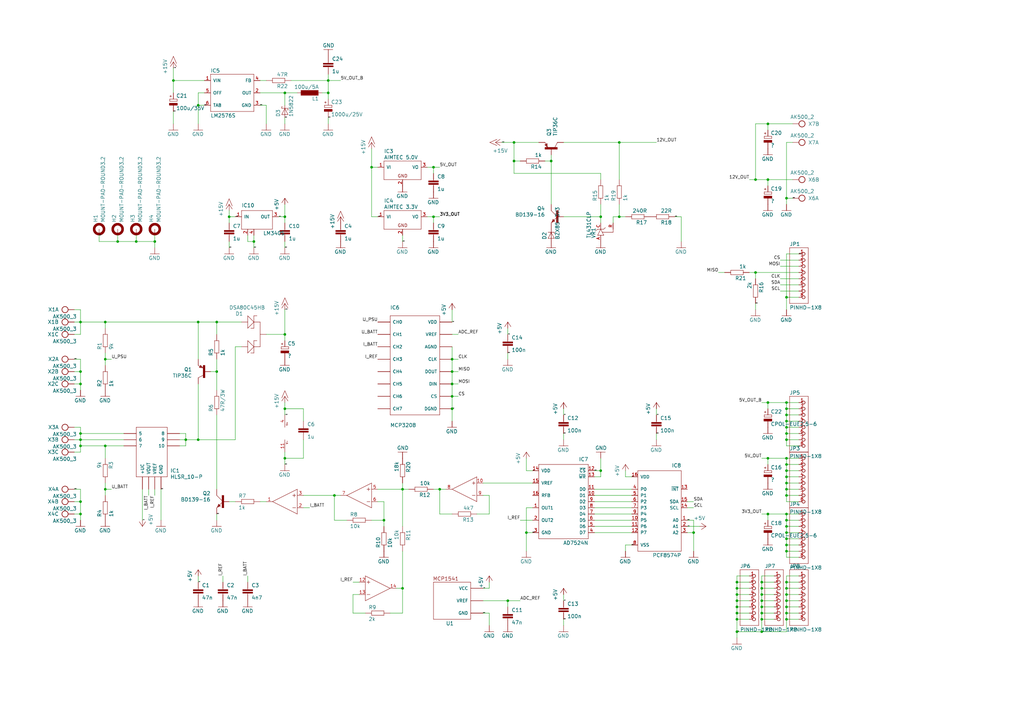
<source format=kicad_sch>
(kicad_sch (version 20230121) (generator eeschema)
  (paper "A3")
  (title_block (title "zerzer") (date "erze") (rev "ezrze") (company "ezr") (comment 1 "erze") (comment 2 "ezrz") (comment 3 "erze") (comment 4 "zerez"))
  (junction (at 63.5 99.06))
  (junction (at 312.42 259.08))
  (junction (at 116.84 167.64))
  (junction (at 322.58 246.38))
  (junction (at 322.58 177.8))
  (junction (at 208.28 246.38))
  (junction (at 177.8 88.9))
  (junction (at 312.42 246.38))
  (junction (at 322.58 215.9))
  (junction (at 215.9 218.44))
  (junction (at 33.02 132.08))
  (junction (at 312.42 241.3))
  (junction (at 157.48 213.36))
  (junction (at 33.02 177.8))
  (junction (at 302.26 241.3))
  (junction (at 322.58 81.28))
  (junction (at 33.02 205.74))
  (junction (at 302.26 259.08))
  (junction (at 322.58 248.92))
  (junction (at 81.28 132.08))
  (junction (at 322.58 218.44))
  (junction (at 302.26 251.46))
  (junction (at 33.02 152.4))
  (junction (at 43.18 182.88))
  (junction (at 134.62 38.1))
  (junction (at 322.58 165.1))
  (junction (at 312.42 254))
  (junction (at 210.82 66.04))
  (junction (at 322.58 180.34))
  (junction (at 246.38 88.9))
  (junction (at 116.84 88.9))
  (junction (at 88.9 132.08))
  (junction (at 322.58 193.04))
  (junction (at 185.42 162.56))
  (junction (at 185.42 157.48))
  (junction (at 210.82 58.42))
  (junction (at 302.26 248.92))
  (junction (at 322.58 223.52))
  (junction (at 152.4 68.58))
  (junction (at 322.58 172.72))
  (junction (at 322.58 243.84))
  (junction (at 177.8 68.58))
  (junction (at 185.42 152.4))
  (junction (at 322.58 175.26))
  (junction (at 185.42 147.32))
  (junction (at 81.28 180.34))
  (junction (at 302.26 243.84))
  (junction (at 81.28 43.18))
  (junction (at 314.96 187.96))
  (junction (at 43.18 200.66))
  (junction (at 43.18 132.08))
  (junction (at 33.02 180.34))
  (junction (at 312.42 248.92))
  (junction (at 104.14 99.06))
  (junction (at 71.12 33.02))
  (junction (at 55.88 99.06))
  (junction (at 302.26 238.76))
  (junction (at 322.58 251.46))
  (junction (at 284.48 218.44))
  (junction (at 314.96 210.82))
  (junction (at 254 88.9))
  (junction (at 312.42 238.76))
  (junction (at 322.58 238.76))
  (junction (at 76.2 180.34))
  (junction (at 322.58 200.66))
  (junction (at 116.84 137.16))
  (junction (at 254 58.42))
  (junction (at 116.84 187.96))
  (junction (at 322.58 198.12))
  (junction (at 33.02 182.88))
  (junction (at 165.1 241.3))
  (junction (at 93.98 88.9))
  (junction (at 134.62 33.02))
  (junction (at 322.58 190.5))
  (junction (at 180.34 200.66))
  (junction (at 322.58 170.18))
  (junction (at 302.26 246.38))
  (junction (at 309.88 73.66))
  (junction (at 165.1 200.66))
  (junction (at 322.58 220.98))
  (junction (at 302.26 254))
  (junction (at 48.26 99.06))
  (junction (at 322.58 195.58))
  (junction (at 226.06 66.04))
  (junction (at 322.58 213.36))
  (junction (at 314.96 73.66))
  (junction (at 185.42 167.64))
  (junction (at 314.96 165.1))
  (junction (at 246.38 193.04))
  (junction (at 33.02 157.48))
  (junction (at 309.88 111.76))
  (junction (at 322.58 210.82))
  (junction (at 322.58 121.92))
  (junction (at 322.58 203.2))
  (junction (at 322.58 254))
  (junction (at 137.16 203.2))
  (junction (at 322.58 167.64))
  (junction (at 88.9 152.4))
  (junction (at 116.84 38.1))
  (junction (at 312.42 243.84))
  (junction (at 322.58 241.3))
  (junction (at 314.96 50.8))
  (junction (at 312.42 251.46))
  (junction (at 43.18 147.32))
  (junction (at 322.58 187.96))
  (junction (at 322.58 226.06))
  (junction (at 33.02 210.82))
  (wire (pts (xy 327.66 226.06) (xy 322.58 226.06)))
  (wire (pts (xy 322.58 200.66) (xy 322.58 203.2)))
  (wire (pts (xy 213.36 66.04) (xy 210.82 66.04)))
  (wire (pts (xy 281.94 208.28) (xy 284.48 208.28)))
  (wire (pts (xy 137.16 203.2) (xy 139.7 203.2)))
  (wire (pts (xy 50.8 177.8) (xy 33.02 177.8)))
  (wire (pts (xy 116.84 91.44) (xy 116.84 88.9)))
  (wire (pts (xy 43.18 147.32) (xy 43.18 144.78)))
  (wire (pts (xy 185.42 157.48) (xy 187.96 157.48)))
  (wire (pts (xy 182.88 200.66) (xy 180.34 200.66)))
  (wire (pts (xy 254 88.9) (xy 256.54 88.9)))
  (wire (pts (xy 48.26 99.06) (xy 48.26 96.52)))
  (wire (pts (xy 119.38 33.02) (xy 134.62 33.02)))
  (wire (pts (xy 243.84 208.28) (xy 259.08 208.28)))
  (wire (pts (xy 231.14 177.8) (xy 231.14 180.34)))
  (wire (pts (xy 152.4 213.36) (xy 157.48 213.36)))
  (wire (pts (xy 302.26 254) (xy 302.26 259.08)))
  (wire (pts (xy 109.22 205.74) (xy 106.68 205.74)))
  (wire (pts (xy 63.5 200.66) (xy 63.5 203.2)))
  (wire (pts (xy 284.48 218.44) (xy 281.94 218.44)))
  (wire (pts (xy 327.66 111.76) (xy 309.88 111.76)))
  (wire (pts (xy 177.8 68.58) (xy 180.34 68.58)))
  (wire (pts (xy 246.38 195.58) (xy 246.38 193.04)))
  (wire (pts (xy 322.58 223.52) (xy 322.58 226.06)))
  (wire (pts (xy 144.78 251.46) (xy 149.86 251.46)))
  (wire (pts (xy 312.42 238.76) (xy 317.5 238.76)))
  (wire (pts (xy 322.58 248.92) (xy 322.58 246.38)))
  (wire (pts (xy 96.52 180.34) (xy 96.52 142.24)))
  (wire (pts (xy 86.36 152.4) (xy 88.9 152.4)))
  (wire (pts (xy 134.62 33.02) (xy 134.62 38.1)))
  (wire (pts (xy 81.28 180.34) (xy 96.52 180.34)))
  (wire (pts (xy 246.38 88.9) (xy 246.38 83.82)))
  (wire (pts (xy 210.82 71.12) (xy 210.82 66.04)))
  (wire (pts (xy 43.18 198.12) (xy 43.18 200.66)))
  (wire (pts (xy 327.66 193.04) (xy 322.58 193.04)))
  (wire (pts (xy 198.12 251.46) (xy 200.66 251.46)))
  (wire (pts (xy 33.02 182.88) (xy 33.02 185.42)))
  (wire (pts (xy 152.4 88.9) (xy 152.4 68.58)))
  (wire (pts (xy 281.94 205.74) (xy 284.48 205.74)))
  (wire (pts (xy 322.58 180.34) (xy 322.58 182.88)))
  (wire (pts (xy 302.26 236.22) (xy 302.26 238.76)))
  (wire (pts (xy 30.48 200.66) (xy 33.02 200.66)))
  (wire (pts (xy 322.58 167.64) (xy 322.58 165.1)))
  (wire (pts (xy 55.88 96.52) (xy 55.88 99.06)))
  (wire (pts (xy 243.84 215.9) (xy 259.08 215.9)))
  (wire (pts (xy 33.02 180.34) (xy 50.8 180.34)))
  (wire (pts (xy 48.26 99.06) (xy 55.88 99.06)))
  (wire (pts (xy 33.02 157.48) (xy 30.48 157.48)))
  (wire (pts (xy 134.62 38.1) (xy 134.62 40.64)))
  (wire (pts (xy 83.82 43.18) (xy 81.28 43.18)))
  (wire (pts (xy 302.26 238.76) (xy 302.26 241.3)))
  (wire (pts (xy 33.02 205.74) (xy 33.02 210.82)))
  (wire (pts (xy 83.82 38.1) (xy 81.28 38.1)))
  (wire (pts (xy 116.84 127) (xy 116.84 137.16)))
  (wire (pts (xy 254 88.9) (xy 251.46 88.9)))
  (wire (pts (xy 152.4 68.58) (xy 152.4 60.96)))
  (wire (pts (xy 218.44 208.28) (xy 215.9 208.28)))
  (wire (pts (xy 307.34 238.76) (xy 302.26 238.76)))
  (wire (pts (xy 322.58 215.9) (xy 322.58 218.44)))
  (wire (pts (xy 322.58 220.98) (xy 322.58 223.52)))
  (wire (pts (xy 154.94 68.58) (xy 152.4 68.58)))
  (wire (pts (xy 243.84 210.82) (xy 259.08 210.82)))
  (wire (pts (xy 251.46 88.9) (xy 251.46 91.44)))
  (wire (pts (xy 322.58 236.22) (xy 327.66 236.22)))
  (wire (pts (xy 322.58 172.72) (xy 327.66 172.72)))
  (wire (pts (xy 327.66 106.68) (xy 320.04 106.68)))
  (wire (pts (xy 309.88 111.76) (xy 307.34 111.76)))
  (wire (pts (xy 325.12 81.28) (xy 322.58 81.28)))
  (wire (pts (xy 198.12 241.3) (xy 200.66 241.3)))
  (wire (pts (xy 243.84 213.36) (xy 259.08 213.36)))
  (wire (pts (xy 218.44 193.04) (xy 215.9 193.04)))
  (wire (pts (xy 116.84 139.7) (xy 116.84 137.16)))
  (wire (pts (xy 314.96 50.8) (xy 309.88 50.8)))
  (wire (pts (xy 322.58 246.38) (xy 322.58 243.84)))
  (wire (pts (xy 208.28 246.38) (xy 208.28 248.92)))
  (wire (pts (xy 256.54 223.52) (xy 256.54 226.06)))
  (wire (pts (xy 175.26 88.9) (xy 177.8 88.9)))
  (wire (pts (xy 327.66 210.82) (xy 322.58 210.82)))
  (wire (pts (xy 312.42 248.92) (xy 312.42 246.38)))
  (wire (pts (xy 134.62 48.26) (xy 134.62 50.8)))
  (wire (pts (xy 180.34 210.82) (xy 185.42 210.82)))
  (wire (pts (xy 226.06 66.04) (xy 226.06 83.82)))
  (wire (pts (xy 327.66 195.58) (xy 322.58 195.58)))
  (wire (pts (xy 30.48 132.08) (xy 33.02 132.08)))
  (wire (pts (xy 322.58 167.64) (xy 322.58 170.18)))
  (wire (pts (xy 276.86 88.9) (xy 279.4 88.9)))
  (wire (pts (xy 76.2 182.88) (xy 73.66 182.88)))
  (wire (pts (xy 157.48 213.36) (xy 157.48 215.9)))
  (wire (pts (xy 71.12 27.94) (xy 71.12 33.02)))
  (wire (pts (xy 177.8 88.9) (xy 180.34 88.9)))
  (wire (pts (xy 322.58 226.06) (xy 322.58 228.6)))
  (wire (pts (xy 322.58 210.82) (xy 322.58 213.36)))
  (wire (pts (xy 114.3 88.9) (xy 116.84 88.9)))
  (wire (pts (xy 40.64 96.52) (xy 40.64 99.06)))
  (wire (pts (xy 307.34 241.3) (xy 302.26 241.3)))
  (wire (pts (xy 116.84 187.96) (xy 124.46 187.96)))
  (wire (pts (xy 134.62 30.48) (xy 134.62 33.02)))
  (wire (pts (xy 175.26 68.58) (xy 177.8 68.58)))
  (wire (pts (xy 312.42 243.84) (xy 312.42 241.3)))
  (wire (pts (xy 231.14 254) (xy 231.14 256.54)))
  (wire (pts (xy 43.18 132.08) (xy 81.28 132.08)))
  (wire (pts (xy 254 58.42) (xy 254 73.66)))
  (wire (pts (xy 88.9 132.08) (xy 99.06 132.08)))
  (wire (pts (xy 223.52 66.04) (xy 226.06 66.04)))
  (wire (pts (xy 322.58 218.44) (xy 322.58 220.98)))
  (wire (pts (xy 124.46 208.28) (xy 127 208.28)))
  (wire (pts (xy 327.66 203.2) (xy 322.58 203.2)))
  (wire (pts (xy 33.02 200.66) (xy 33.02 205.74)))
  (wire (pts (xy 322.58 175.26) (xy 327.66 175.26)))
  (wire (pts (xy 177.8 71.12) (xy 177.8 68.58)))
  (wire (pts (xy 302.26 259.08) (xy 312.42 259.08)))
  (wire (pts (xy 325.12 58.42) (xy 322.58 58.42)))
  (wire (pts (xy 327.66 121.92) (xy 322.58 121.92)))
  (wire (pts (xy 93.98 88.9) (xy 93.98 86.36)))
  (wire (pts (xy 33.02 152.4) (xy 33.02 157.48)))
  (wire (pts (xy 208.28 246.38) (xy 213.36 246.38)))
  (wire (pts (xy 180.34 200.66) (xy 177.8 200.66)))
  (wire (pts (xy 81.28 157.48) (xy 81.28 180.34)))
  (wire (pts (xy 327.66 241.3) (xy 322.58 241.3)))
  (wire (pts (xy 327.66 213.36) (xy 322.58 213.36)))
  (wire (pts (xy 325.12 73.66) (xy 314.96 73.66)))
  (wire (pts (xy 106.68 33.02) (xy 109.22 33.02)))
  (wire (pts (xy 205.74 58.42) (xy 210.82 58.42)))
  (wire (pts (xy 327.66 254) (xy 322.58 254)))
  (wire (pts (xy 71.12 33.02) (xy 83.82 33.02)))
  (wire (pts (xy 43.18 200.66) (xy 45.72 200.66)))
  (wire (pts (xy 165.1 241.3) (xy 165.1 251.46)))
  (wire (pts (xy 231.14 88.9) (xy 246.38 88.9)))
  (wire (pts (xy 33.02 177.8) (xy 33.02 180.34)))
  (wire (pts (xy 259.08 195.58) (xy 256.54 195.58)))
  (wire (pts (xy 327.66 114.3) (xy 320.04 114.3)))
  (wire (pts (xy 309.88 111.76) (xy 309.88 114.3)))
  (wire (pts (xy 116.84 38.1) (xy 121.92 38.1)))
  (wire (pts (xy 104.14 99.06) (xy 104.14 96.52)))
  (wire (pts (xy 96.52 88.9) (xy 93.98 88.9)))
  (wire (pts (xy 76.2 180.34) (xy 81.28 180.34)))
  (wire (pts (xy 33.02 132.08) (xy 43.18 132.08)))
  (wire (pts (xy 246.38 73.66) (xy 246.38 71.12)))
  (wire (pts (xy 106.68 43.18) (xy 109.22 43.18)))
  (wire (pts (xy 93.98 101.6) (xy 93.98 99.06)))
  (wire (pts (xy 302.26 246.38) (xy 302.26 248.92)))
  (wire (pts (xy 302.26 241.3) (xy 302.26 243.84)))
  (wire (pts (xy 185.42 162.56) (xy 187.96 162.56)))
  (wire (pts (xy 322.58 165.1) (xy 314.96 165.1)))
  (wire (pts (xy 322.58 170.18) (xy 327.66 170.18)))
  (wire (pts (xy 314.96 76.2) (xy 314.96 73.66)))
  (wire (pts (xy 327.66 116.84) (xy 320.04 116.84)))
  (wire (pts (xy 30.48 210.82) (xy 33.02 210.82)))
  (wire (pts (xy 307.34 251.46) (xy 302.26 251.46)))
  (wire (pts (xy 33.02 182.88) (xy 43.18 182.88)))
  (wire (pts (xy 71.12 33.02) (xy 71.12 38.1)))
  (wire (pts (xy 180.34 200.66) (xy 180.34 210.82)))
  (wire (pts (xy 88.9 152.4) (xy 88.9 147.32)))
  (wire (pts (xy 162.56 241.3) (xy 165.1 241.3)))
  (wire (pts (xy 281.94 213.36) (xy 284.48 213.36)))
  (wire (pts (xy 104.14 101.6) (xy 104.14 99.06)))
  (wire (pts (xy 246.38 193.04) (xy 246.38 187.96)))
  (wire (pts (xy 200.66 241.3) (xy 200.66 238.76)))
  (wire (pts (xy 88.9 137.16) (xy 88.9 132.08)))
  (wire (pts (xy 185.42 162.56) (xy 185.42 167.64)))
  (wire (pts (xy 154.94 88.9) (xy 152.4 88.9)))
  (wire (pts (xy 101.6 99.06) (xy 104.14 99.06)))
  (wire (pts (xy 195.58 210.82) (xy 200.66 210.82)))
  (wire (pts (xy 88.9 152.4) (xy 88.9 160.02)))
  (wire (pts (xy 165.1 215.9) (xy 165.1 200.66)))
  (wire (pts (xy 302.26 248.92) (xy 307.34 248.92)))
  (wire (pts (xy 101.6 96.52) (xy 101.6 99.06)))
  (wire (pts (xy 43.18 182.88) (xy 43.18 187.96)))
  (wire (pts (xy 147.32 243.84) (xy 144.78 243.84)))
  (wire (pts (xy 322.58 182.88) (xy 327.66 182.88)))
  (wire (pts (xy 210.82 66.04) (xy 210.82 58.42)))
  (wire (pts (xy 302.26 251.46) (xy 302.26 254)))
  (wire (pts (xy 185.42 137.16) (xy 187.96 137.16)))
  (wire (pts (xy 106.68 38.1) (xy 116.84 38.1)))
  (wire (pts (xy 177.8 91.44) (xy 177.8 88.9)))
  (wire (pts (xy 309.88 73.66) (xy 307.34 73.66)))
  (wire (pts (xy 307.34 246.38) (xy 302.26 246.38)))
  (wire (pts (xy 327.66 220.98) (xy 322.58 220.98)))
  (wire (pts (xy 314.96 73.66) (xy 309.88 73.66)))
  (wire (pts (xy 322.58 215.9) (xy 327.66 215.9)))
  (wire (pts (xy 30.48 180.34) (xy 33.02 180.34)))
  (wire (pts (xy 116.84 48.26) (xy 116.84 50.8)))
  (wire (pts (xy 322.58 104.14) (xy 322.58 121.92)))
  (wire (pts (xy 33.02 175.26) (xy 33.02 177.8)))
  (wire (pts (xy 124.46 172.72) (xy 124.46 167.64)))
  (wire (pts (xy 312.42 246.38) (xy 312.42 243.84)))
  (wire (pts (xy 312.42 238.76) (xy 312.42 236.22)))
  (wire (pts (xy 309.88 124.46) (xy 309.88 127)))
  (wire (pts (xy 43.18 200.66) (xy 43.18 203.2)))
  (wire (pts (xy 314.96 165.1) (xy 312.42 165.1)))
  (wire (pts (xy 33.02 160.02) (xy 33.02 157.48)))
  (wire (pts (xy 322.58 198.12) (xy 322.58 200.66)))
  (wire (pts (xy 314.96 165.1) (xy 314.96 167.64)))
  (wire (pts (xy 327.66 167.64) (xy 322.58 167.64)))
  (wire (pts (xy 33.02 210.82) (xy 33.02 213.36)))
  (wire (pts (xy 322.58 175.26) (xy 322.58 177.8)))
  (wire (pts (xy 63.5 99.06) (xy 63.5 101.6)))
  (wire (pts (xy 309.88 50.8) (xy 309.88 73.66)))
  (wire (pts (xy 327.66 165.1) (xy 322.58 165.1)))
  (wire (pts (xy 312.42 259.08) (xy 322.58 259.08)))
  (wire (pts (xy 137.16 213.36) (xy 142.24 213.36)))
  (wire (pts (xy 325.12 50.8) (xy 314.96 50.8)))
  (wire (pts (xy 76.2 180.34) (xy 76.2 182.88)))
  (wire (pts (xy 322.58 251.46) (xy 322.58 248.92)))
  (wire (pts (xy 322.58 172.72) (xy 322.58 175.26)))
  (wire (pts (xy 312.42 243.84) (xy 317.5 243.84)))
  (wire (pts (xy 165.1 198.12) (xy 165.1 200.66)))
  (wire (pts (xy 322.58 187.96) (xy 322.58 190.5)))
  (wire (pts (xy 165.1 99.06) (xy 165.1 96.52)))
  (wire (pts (xy 134.62 38.1) (xy 132.08 38.1)))
  (wire (pts (xy 322.58 170.18) (xy 322.58 172.72)))
  (wire (pts (xy 312.42 251.46) (xy 317.5 251.46)))
  (wire (pts (xy 327.66 248.92) (xy 322.58 248.92)))
  (wire (pts (xy 154.94 200.66) (xy 165.1 200.66)))
  (wire (pts (xy 322.58 180.34) (xy 327.66 180.34)))
  (wire (pts (xy 314.96 50.8) (xy 314.96 53.34)))
  (wire (pts (xy 30.48 147.32) (xy 33.02 147.32)))
  (wire (pts (xy 116.84 187.96) (xy 116.84 185.42)))
  (wire (pts (xy 116.84 38.1) (xy 116.84 43.18)))
  (wire (pts (xy 144.78 243.84) (xy 144.78 251.46)))
  (wire (pts (xy 322.58 254) (xy 322.58 251.46)))
  (wire (pts (xy 33.02 127) (xy 33.02 132.08)))
  (wire (pts (xy 243.84 205.74) (xy 259.08 205.74)))
  (wire (pts (xy 327.66 246.38) (xy 322.58 246.38)))
  (wire (pts (xy 208.28 137.16) (xy 208.28 134.62)))
  (wire (pts (xy 40.64 99.06) (xy 48.26 99.06)))
  (wire (pts (xy 243.84 193.04) (xy 246.38 193.04)))
  (wire (pts (xy 322.58 210.82) (xy 314.96 210.82)))
  (wire (pts (xy 279.4 88.9) (xy 279.4 99.06)))
  (wire (pts (xy 215.9 218.44) (xy 215.9 226.06)))
  (wire (pts (xy 284.48 213.36) (xy 284.48 218.44)))
  (wire (pts (xy 312.42 236.22) (xy 317.5 236.22)))
  (wire (pts (xy 302.26 243.84) (xy 302.26 246.38)))
  (wire (pts (xy 327.66 238.76) (xy 322.58 238.76)))
  (wire (pts (xy 185.42 132.08) (xy 185.42 127)))
  (wire (pts (xy 327.66 243.84) (xy 322.58 243.84)))
  (wire (pts (xy 33.02 180.34) (xy 33.02 182.88)))
  (wire (pts (xy 73.66 180.34) (xy 76.2 180.34)))
  (wire (pts (xy 322.58 241.3) (xy 322.58 238.76)))
  (wire (pts (xy 200.66 203.2) (xy 200.66 210.82)))
  (wire (pts (xy 210.82 58.42) (xy 220.98 58.42)))
  (wire (pts (xy 30.48 152.4) (xy 33.02 152.4)))
  (wire (pts (xy 30.48 185.42) (xy 33.02 185.42)))
  (wire (pts (xy 116.84 170.18) (xy 116.84 167.64)))
  (wire (pts (xy 322.58 203.2) (xy 322.58 205.74)))
  (wire (pts (xy 93.98 91.44) (xy 93.98 88.9)))
  (wire (pts (xy 322.58 213.36) (xy 322.58 215.9)))
  (wire (pts (xy 312.42 241.3) (xy 317.5 241.3)))
  (wire (pts (xy 81.28 132.08) (xy 88.9 132.08)))
  (wire (pts (xy 185.42 152.4) (xy 187.96 152.4)))
  (wire (pts (xy 30.48 205.74) (xy 33.02 205.74)))
  (wire (pts (xy 302.26 243.84) (xy 307.34 243.84)))
  (wire (pts (xy 30.48 127) (xy 33.02 127)))
  (wire (pts (xy 322.58 193.04) (xy 322.58 195.58)))
  (wire (pts (xy 322.58 259.08) (xy 322.58 254)))
  (wire (pts (xy 165.1 200.66) (xy 167.64 200.66)))
  (wire (pts (xy 88.9 210.82) (xy 88.9 213.36)))
  (wire (pts (xy 81.28 238.76) (xy 81.28 236.22)))
  (wire (pts (xy 327.66 187.96) (xy 322.58 187.96)))
  (wire (pts (xy 254 83.82) (xy 254 88.9)))
  (wire (pts (xy 322.58 205.74) (xy 327.66 205.74)))
  (wire (pts (xy 81.28 38.1) (xy 81.28 43.18)))
  (wire (pts (xy 137.16 203.2) (xy 137.16 213.36)))
  (wire (pts (xy 218.44 218.44) (xy 215.9 218.44)))
  (wire (pts (xy 322.58 190.5) (xy 322.58 193.04)))
  (wire (pts (xy 231.14 58.42) (xy 254 58.42)))
  (wire (pts (xy 327.66 251.46) (xy 322.58 251.46)))
  (wire (pts (xy 185.42 157.48) (xy 185.42 162.56)))
  (wire (pts (xy 58.42 213.36) (xy 58.42 200.66)))
  (wire (pts (xy 81.28 43.18) (xy 81.28 50.8)))
  (wire (pts (xy 322.58 187.96) (xy 314.96 187.96)))
  (wire (pts (xy 43.18 182.88) (xy 50.8 182.88)))
  (wire (pts (xy 314.96 190.5) (xy 314.96 187.96)))
  (wire (pts (xy 198.12 203.2) (xy 200.66 203.2)))
  (wire (pts (xy 66.04 200.66) (xy 66.04 213.36)))
  (wire (pts (xy 43.18 149.86) (xy 43.18 147.32)))
  (wire (pts (xy 269.24 170.18) (xy 269.24 167.64)))
  (wire (pts (xy 218.44 213.36) (xy 213.36 213.36)))
  (wire (pts (xy 243.84 195.58) (xy 246.38 195.58)))
  (wire (pts (xy 157.48 213.36) (xy 157.48 205.74)))
  (wire (pts (xy 243.84 203.2) (xy 259.08 203.2)))
  (wire (pts (xy 297.18 111.76) (xy 294.64 111.76)))
  (wire (pts (xy 254 58.42) (xy 269.24 58.42)))
  (wire (pts (xy 327.66 109.22) (xy 320.04 109.22)))
  (wire (pts (xy 165.1 241.3) (xy 165.1 226.06)))
  (wire (pts (xy 81.28 147.32) (xy 81.28 132.08)))
  (wire (pts (xy 147.32 238.76) (xy 144.78 238.76)))
  (wire (pts (xy 109.22 43.18) (xy 109.22 50.8)))
  (wire (pts (xy 312.42 246.38) (xy 317.5 246.38)))
  (wire (pts (xy 55.88 99.06) (xy 63.5 99.06)))
  (wire (pts (xy 185.42 147.32) (xy 187.96 147.32)))
  (wire (pts (xy 33.02 137.16) (xy 30.48 137.16)))
  (wire (pts (xy 231.14 170.18) (xy 231.14 167.64)))
  (wire (pts (xy 33.02 147.32) (xy 33.02 152.4)))
  (wire (pts (xy 322.58 177.8) (xy 322.58 180.34)))
  (wire (pts (xy 246.38 71.12) (xy 210.82 71.12)))
  (wire (pts (xy 73.66 177.8) (xy 76.2 177.8)))
  (wire (pts (xy 302.26 254) (xy 307.34 254)))
  (wire (pts (xy 63.5 99.06) (xy 63.5 96.52)))
  (wire (pts (xy 185.42 152.4) (xy 185.42 157.48)))
  (wire (pts (xy 322.58 223.52) (xy 327.66 223.52)))
  (wire (pts (xy 88.9 170.18) (xy 88.9 200.66)))
  (wire (pts (xy 30.48 175.26) (xy 33.02 175.26)))
  (wire (pts (xy 246.38 88.9) (xy 246.38 91.44)))
  (wire (pts (xy 43.18 134.62) (xy 43.18 132.08)))
  (wire (pts (xy 322.58 238.76) (xy 322.58 236.22)))
  (wire (pts (xy 101.6 238.76) (xy 101.6 236.22)))
  (wire (pts (xy 157.48 205.74) (xy 154.94 205.74)))
  (wire (pts (xy 116.84 190.5) (xy 116.84 187.96)))
  (wire (pts (xy 314.96 210.82) (xy 312.42 210.82)))
  (wire (pts (xy 322.58 200.66) (xy 327.66 200.66)))
  (wire (pts (xy 116.84 88.9) (xy 116.84 83.82)))
  (wire (pts (xy 312.42 241.3) (xy 312.42 238.76)))
  (wire (pts (xy 327.66 218.44) (xy 322.58 218.44)))
  (wire (pts (xy 226.06 66.04) (xy 226.06 63.5)))
  (wire (pts (xy 259.08 223.52) (xy 256.54 223.52)))
  (wire (pts (xy 312.42 254) (xy 312.42 251.46)))
  (wire (pts (xy 314.96 210.82) (xy 314.96 213.36)))
  (wire (pts (xy 322.58 243.84) (xy 322.58 241.3)))
  (wire (pts (xy 116.84 101.6) (xy 116.84 99.06)))
  (wire (pts (xy 43.18 147.32) (xy 45.72 147.32)))
  (wire (pts (xy 200.66 251.46) (xy 200.66 256.54)))
  (wire (pts (xy 215.9 208.28) (xy 215.9 218.44)))
  (wire (pts (xy 185.42 167.64) (xy 185.42 172.72)))
  (wire (pts (xy 185.42 142.24) (xy 185.42 147.32)))
  (wire (pts (xy 327.66 104.14) (xy 322.58 104.14)))
  (wire (pts (xy 208.28 144.78) (xy 208.28 147.32)))
  (wire (pts (xy 124.46 187.96) (xy 124.46 180.34)))
  (wire (pts (xy 215.9 193.04) (xy 215.9 187.96)))
  (wire (pts (xy 322.58 81.28) (xy 322.58 83.82)))
  (wire (pts (xy 243.84 200.66) (xy 259.08 200.66)))
  (wire (pts (xy 322.58 190.5) (xy 327.66 190.5)))
  (wire (pts (xy 124.46 167.64) (xy 116.84 167.64)))
  (wire (pts (xy 322.58 177.8) (xy 327.66 177.8)))
  (wire (pts (xy 322.58 195.58) (xy 322.58 198.12)))
  (wire (pts (xy 284.48 218.44) (xy 284.48 226.06)))
  (wire (pts (xy 256.54 195.58) (xy 256.54 193.04)))
  (wire (pts (xy 134.62 33.02) (xy 139.7 33.02)))
  (wire (pts (xy 269.24 177.8) (xy 269.24 180.34)))
  (wire (pts (xy 317.5 254) (xy 312.42 254)))
  (wire (pts (xy 312.42 254) (xy 312.42 259.08)))
  (wire (pts (xy 312.42 248.92) (xy 317.5 248.92)))
  (wire (pts (xy 322.58 121.92) (xy 322.58 127)))
  (wire (pts (xy 307.34 236.22) (xy 302.26 236.22)))
  (wire (pts (xy 76.2 177.8) (xy 76.2 180.34)))
  (wire (pts (xy 185.42 147.32) (xy 185.42 152.4)))
  (wire (pts (xy 91.44 238.76) (xy 91.44 236.22)))
  (wire (pts (xy 302.26 259.08) (xy 302.26 261.62)))
  (wire (pts (xy 198.12 198.12) (xy 218.44 198.12)))
  (wire (pts (xy 320.04 119.38) (xy 327.66 119.38)))
  (wire (pts (xy 322.58 58.42) (xy 322.58 81.28)))
  (wire (pts (xy 116.84 167.64) (xy 116.84 165.1)))
  (wire (pts (xy 96.52 205.74) (xy 93.98 205.74)))
  (wire (pts (xy 302.26 248.92) (xy 302.26 251.46)))
  (wire (pts (xy 198.12 246.38) (xy 208.28 246.38)))
  (wire (pts (xy 314.96 187.96) (xy 312.42 187.96)))
  (wire (pts (xy 109.22 137.16) (xy 116.84 137.16)))
  (wire (pts (xy 33.02 132.08) (xy 33.02 137.16)))
  (wire (pts (xy 60.96 200.66) (xy 60.96 203.2)))
  (wire (pts (xy 322.58 228.6) (xy 327.66 228.6)))
  (wire (pts (xy 322.58 198.12) (xy 327.66 198.12)))
  (wire (pts (xy 243.84 218.44) (xy 259.08 218.44)))
  (wire (pts (xy 165.1 251.46) (xy 160.02 251.46)))
  (wire (pts (xy 312.42 251.46) (xy 312.42 248.92)))
  (wire (pts (xy 71.12 45.72) (xy 71.12 50.8)))
  (wire (pts (xy 96.52 142.24) (xy 99.06 142.24)))
  (wire (pts (xy 281.94 215.9) (xy 287.02 215.9)))
  (wire (pts (xy 124.46 203.2) (xy 137.16 203.2)))
  (wire (pts (xy 231.14 246.38) (xy 231.14 243.84)))
  (label "I_REF" (at 63.5 203.2 270))
  (label "+5V" (at 269.24 170.18 0) (effects (font (size 0.254 0.254))))
  (label "GND" (at 106.68 43.18 0) (effects (font (size 0.254 0.254))))
  (label "SDA" (at 320.04 116.84 180))
  (label "+15V" (at 71.12 27.94 0) (effects (font (size 0.254 0.254))))
  (label "GND" (at 71.12 45.72 0) (effects (font (size 0.254 0.254))))
  (label "+5V" (at 231.14 170.18 0) (effects (font (size 0.254 0.254))))
  (label "GND" (at 83.82 43.18 0) (effects (font (size 0.254 0.254))))
  (label "CS" (at 320.04 106.68 180))
  (label "+15V" (at 116.84 127 0) (effects (font (size 0.254 0.254))))
  (label "MISO" (at 294.64 111.76 180))
  (label "12V_OUT" (at 307.34 73.66 180))
  (label "I_REF" (at 91.44 236.22 90))
  (label "GND" (at 309.88 124.46 0) (effects (font (size 0.254 0.254))))
  (label "+5V" (at 281.94 215.9 0) (effects (font (size 0.254 0.254))))
  (label "U_BATT" (at 154.94 137.16 180))
  (label "GND" (at 116.84 101.6 0) (effects (font (size 0.254 0.254))))
  (label "GND" (at 208.28 144.78 0) (effects (font (size 0.254 0.254))))
  (label "GND" (at 93.98 101.6 0) (effects (font (size 0.254 0.254))))
  (label "3V3_OUT" (at 180.34 88.9 0))
  (label "MISO" (at 187.96 152.4 0))
  (label "U_PSU" (at 154.94 132.08 180))
  (label "GND" (at 281.94 213.36 0) (effects (font (size 0.254 0.254))))
  (label "+15V" (at 116.84 170.18 0) (effects (font (size 0.254 0.254))))
  (label "GND" (at 165.1 99.06 0) (effects (font (size 0.254 0.254))))
  (label "GND" (at 185.42 167.64 0) (effects (font (size 0.254 0.254))))
  (label "I_REF" (at 213.36 213.36 180))
  (label "+5V" (at 231.14 246.38 0) (effects (font (size 0.254 0.254))))
  (label "5V_OUT" (at 312.42 187.96 180))
  (label "+15V" (at 96.52 88.9 0) (effects (font (size 0.254 0.254))))
  (label "+5V" (at 198.12 241.3 0) (effects (font (size 0.254 0.254))))
  (label "SCL" (at 284.48 208.28 0))
  (label "3V3_OUT" (at 180.34 88.9 0))
  (label "GND" (at 66.04 200.66 0) (effects (font (size 0.254 0.254))))
  (label "I_BATT" (at 60.96 203.2 270))
  (label "CLK" (at 320.04 114.3 180))
  (label "GND" (at 30.48 147.32 0) (effects (font (size 0.254 0.254))))
  (label "GND" (at 134.62 48.26 0) (effects (font (size 0.254 0.254))))
  (label "GND" (at 88.9 210.82 0) (effects (font (size 0.254 0.254))))
  (label "GND" (at 269.24 177.8 0) (effects (font (size 0.254 0.254))))
  (label "I_BATT" (at 101.6 236.22 90))
  (label "GND" (at 231.14 177.8 0) (effects (font (size 0.254 0.254))))
  (label "U_PSU" (at 45.72 147.32 0))
  (label "GND" (at 259.08 223.52 0) (effects (font (size 0.254 0.254))))
  (label "GND" (at 116.84 190.5 0) (effects (font (size 0.254 0.254))))
  (label "+5V" (at 81.28 238.76 0) (effects (font (size 0.254 0.254))))
  (label "GND" (at 40.64 96.52 0) (effects (font (size 0.254 0.254))))
  (label "I_REF" (at 144.78 238.76 180))
  (label "GND" (at 116.84 48.26 0) (effects (font (size 0.254 0.254))))
  (label "12V_OUT" (at 269.24 58.42 0))
  (label "U_BATT" (at 45.72 200.66 0))
  (label "SDA" (at 284.48 205.74 0))
  (label "5V_OUT_B" (at 312.42 165.1 180))
  (label "GND" (at 243.84 193.04 0) (effects (font (size 0.254 0.254))))
  (label "+15V" (at 154.94 88.9 0) (effects (font (size 0.254 0.254))))
  (label "5V_OUT" (at 180.34 68.58 0))
  (label "GND" (at 276.86 88.9 0) (effects (font (size 0.254 0.254))))
  (label "3V3_OUT" (at 312.42 210.82 180))
  (label "MOSI" (at 320.04 109.22 180))
  (label "ADC_REF" (at 187.96 137.16 0))
  (label "ADC_REF" (at 213.36 246.38 0))
  (label "GND" (at 198.12 251.46 0) (effects (font (size 0.254 0.254))))
  (label "+5V" (at 208.28 137.16 0) (effects (font (size 0.254 0.254))))
  (label "+5V" (at 114.3 88.9 0) (effects (font (size 0.254 0.254))))
  (label "GND" (at 325.12 81.28 0) (effects (font (size 0.254 0.254))))
  (label "MOSI" (at 187.96 157.48 0))
  (label "GND" (at 302.26 259.08 0) (effects (font (size 0.254 0.254))))
  (label "GND" (at 104.14 101.6 0) (effects (font (size 0.254 0.254))))
  (label "GND" (at 30.48 200.66 0) (effects (font (size 0.254 0.254))))
  (label "+15V" (at 205.74 58.42 0) (effects (font (size 0.254 0.254))))
  (label "+5V" (at 259.08 195.58 0) (effects (font (size 0.254 0.254))))
  (label "GND" (at 231.14 254 0) (effects (font (size 0.254 0.254))))
  (label "I_BATT" (at 154.94 142.24 180))
  (label "I_BATT" (at 127 208.28 0))
  (label "+5V" (at 185.42 132.08 0) (effects (font (size 0.254 0.254))))
  (label "+5V" (at 218.44 193.04 0) (effects (font (size 0.254 0.254))))
  (label "+5V" (at 58.42 213.36 0) (effects (font (size 0.254 0.254))))
  (label "CS" (at 187.96 162.56 0))
  (label "CLK" (at 187.96 147.32 0))
  (label "I_REF" (at 154.94 147.32 180))
  (label "GND" (at 327.66 104.14 0) (effects (font (size 0.254 0.254))))
  (label "SCL" (at 320.04 119.38 180))
  (label "GND" (at 218.44 218.44 0) (effects (font (size 0.254 0.254))))
  (label "5V_OUT_B" (at 139.7 33.02 0))
  (symbol (lib_id "supply_board-eagle-import:CPOL-EUE5-13") (at 314.96 78.74 0) (unit 1)
    (property "Reference" "C19" (at 316.103 78.2574 0) (effects (font (size 1.4986 1.4986)) (justify left bottom)))
    (property "Value" "?" (at 316.103 83.3374 0) (effects (font (size 1.4986 1.4986)) (justify left bottom)))
    (property "Footprint" "supply_board:E5-13" (effects hide))
  )
  (symbol (lib_id "supply_board-eagle-import:GND") (at 101.6 248.92 0) (unit 1)
    (property "Reference" "#GND010" (effects hide))
    (property "Value" "GND" (at 99.06 251.46 0) (effects (font (size 1.4986 1.4986)) (justify left bottom)))
  )
  (symbol (lib_id "supply_board-eagle-import:GND") (at 284.48 228.6 0) (unit 1)
    (property "Reference" "#GND031" (effects hide))
    (property "Value" "GND" (at 281.94 231.14 0) (effects (font (size 1.4986 1.4986)) (justify left bottom)))
  )
  (symbol (lib_id "supply_board-eagle-import:DSA80C45HB") (at 104.14 137.16 0) (unit 1)
    (property "Reference" "D1" (at 96.52 129.54 0) (effects (font (size 1.4986 1.4986)) (justify left bottom)))
    (property "Value" "DSA80C45HB" (at 93.98 127 0) (effects (font (size 1.4986 1.4986)) (justify left bottom)))
    (property "Footprint" "supply_board:TO247BV" (effects hide))
  )
  (symbol (lib_id "supply_board-eagle-import:PINHD-1X8") (at 330.2 175.26 0) (unit 1)
    (property "Reference" "JP5" (at 323.85 161.925 0) (effects (font (size 1.4986 1.4986)) (justify left bottom)))
    (property "Value" "PINHD-1X8" (at 323.85 187.96 0) (effects (font (size 1.4986 1.4986)) (justify left bottom)))
    (property "Footprint" "supply_board:1X08" (effects hide))
  )
  (symbol (lib_id "supply_board-eagle-import:GND") (at 279.4 101.6 0) (unit 1)
    (property "Reference" "#GND041" (effects hide))
    (property "Value" "GND" (at 276.86 104.14 0) (effects (font (size 1.4986 1.4986)) (justify left bottom)))
  )
  (symbol (lib_id "supply_board-eagle-import:C-EUC0805") (at 139.7 93.98 0) (unit 1)
    (property "Reference" "C4" (at 141.224 93.599 0) (effects (font (size 1.4986 1.4986)) (justify left bottom)))
    (property "Value" "1u" (at 141.224 98.679 0) (effects (font (size 1.4986 1.4986)) (justify left bottom)))
    (property "Footprint" "supply_board:C0805" (effects hide))
  )
  (symbol (lib_id "supply_board-eagle-import:PINHD-1X8") (at 330.2 114.3 0) (unit 1)
    (property "Reference" "JP1" (at 323.85 100.965 0) (effects (font (size 1.4986 1.4986)) (justify left bottom)))
    (property "Value" "PINHD-1X8" (at 323.85 127 0) (effects (font (size 1.4986 1.4986)) (justify left bottom)))
    (property "Footprint" "supply_board:1X08" (effects hide))
  )
  (symbol (lib_id "supply_board-eagle-import:R-EU_R0805") (at 43.18 154.94 90) (unit 1)
    (property "Reference" "R2" (at 41.6814 158.75 0) (effects (font (size 1.4986 1.4986)) (justify left bottom)))
    (property "Value" "1k" (at 46.482 158.75 0) (effects (font (size 1.4986 1.4986)) (justify left bottom)))
    (property "Footprint" "supply_board:R0805" (effects hide))
  )
  (symbol (lib_id "supply_board-eagle-import:C-EUC0805") (at 208.28 251.46 0) (unit 1)
    (property "Reference" "C11" (at 209.804 251.079 0) (effects (font (size 1.4986 1.4986)) (justify left bottom)))
    (property "Value" "47n" (at 209.804 256.159 0) (effects (font (size 1.4986 1.4986)) (justify left bottom)))
    (property "Footprint" "supply_board:C0805" (effects hide))
  )
  (symbol (lib_id "supply_board-eagle-import:C-EUC0805") (at 231.14 248.92 0) (unit 1)
    (property "Reference" "C13" (at 232.664 248.539 0) (effects (font (size 1.4986 1.4986)) (justify left bottom)))
    (property "Value" "100n" (at 232.664 253.619 0) (effects (font (size 1.4986 1.4986)) (justify left bottom)))
    (property "Footprint" "supply_board:C0805" (effects hide))
  )
  (symbol (lib_id "supply_board-eagle-import:R-EU_0617_22") (at 88.9 165.1 90) (unit 1)
    (property "Reference" "R6" (at 87.4014 168.91 0) (effects (font (size 1.4986 1.4986)) (justify left bottom)))
    (property "Value" "47R/3W" (at 92.202 168.91 0) (effects (font (size 1.4986 1.4986)) (justify left bottom)))
    (property "Footprint" "supply_board:0617_22" (effects hide))
  )
  (symbol (lib_id "supply_board-eagle-import:GND") (at 43.18 215.9 0) (unit 1)
    (property "Reference" "#GND04" (effects hide))
    (property "Value" "GND" (at 40.64 218.44 0) (effects (font (size 1.4986 1.4986)) (justify left bottom)))
  )
  (symbol (lib_id "supply_board-eagle-import:GND") (at 177.8 81.28 0) (unit 1)
    (property "Reference" "#GND016" (effects hide))
    (property "Value" "GND" (at 175.26 83.82 0) (effects (font (size 1.4986 1.4986)) (justify left bottom)))
  )
  (symbol (lib_id "supply_board-eagle-import:R-EU_R0805") (at 43.18 193.04 270) (unit 1)
    (property "Reference" "R3" (at 44.6786 189.23 0) (effects (font (size 1.4986 1.4986)) (justify left bottom)))
    (property "Value" "9k" (at 39.878 189.23 0) (effects (font (size 1.4986 1.4986)) (justify left bottom)))
    (property "Footprint" "supply_board:R0805" (effects hide))
  )
  (symbol (lib_id "supply_board-eagle-import:GND") (at 215.9 228.6 0) (unit 1)
    (property "Reference" "#GND024" (effects hide))
    (property "Value" "GND" (at 213.36 231.14 0) (effects (font (size 1.4986 1.4986)) (justify left bottom)))
  )
  (symbol (lib_id "supply_board-eagle-import:CPOL-EUE2.5-6") (at 314.96 215.9 0) (unit 1)
    (property "Reference" "C18" (at 316.103 215.4174 0) (effects (font (size 1.4986 1.4986)) (justify left bottom)))
    (property "Value" "CPOL-EUE2.5-6" (at 316.103 220.4974 0) (effects (font (size 1.4986 1.4986)) (justify left bottom)))
    (property "Footprint" "supply_board:E2,5-6" (effects hide))
  )
  (symbol (lib_id "supply_board-eagle-import:PINHD-1X8") (at 330.2 220.98 0) (unit 1)
    (property "Reference" "JP4" (at 323.85 207.645 0) (effects (font (size 1.4986 1.4986)) (justify left bottom)))
    (property "Value" "PINHD-1X8" (at 323.85 233.68 0) (effects (font (size 1.4986 1.4986)) (justify left bottom)))
    (property "Footprint" "supply_board:1X08" (effects hide))
  )
  (symbol (lib_id "supply_board-eagle-import:GND") (at 104.14 104.14 0) (unit 1)
    (property "Reference" "#GND018" (effects hide))
    (property "Value" "GND" (at 101.6 106.68 0) (effects (font (size 1.4986 1.4986)) (justify left bottom)))
  )
  (symbol (lib_id "supply_board-eagle-import:+5V") (at 231.14 241.3 0) (unit 1)
    (property "Reference" "#P+013" (effects hide))
    (property "Value" "+5V" (at 228.6 246.38 90) (effects (font (size 1.4986 1.4986)) (justify left bottom)))
  )
  (symbol (lib_id "supply_board-eagle-import:CPOL-EUE5-13") (at 116.84 142.24 0) (unit 1)
    (property "Reference" "C5" (at 117.983 141.7574 0) (effects (font (size 1.4986 1.4986)) (justify left bottom)))
    (property "Value" "?" (at 117.983 146.8374 0) (effects (font (size 1.4986 1.4986)) (justify left bottom)))
    (property "Footprint" "supply_board:E5-13" (effects hide))
  )
  (symbol (lib_id "supply_board-eagle-import:GND") (at 43.18 162.56 0) (unit 1)
    (property "Reference" "#GND03" (effects hide))
    (property "Value" "GND" (at 40.64 165.1 0) (effects (font (size 1.4986 1.4986)) (justify left bottom)))
  )
  (symbol (lib_id "supply_board-eagle-import:HLSR_10-P") (at 55.88 195.58 0) (unit 1)
    (property "Reference" "IC1" (at 69.85 193.04 0) (effects (font (size 1.4986 1.4986)) (justify left)))
    (property "Value" "HLSR_10-P" (at 69.85 195.58 0) (effects (font (size 1.4986 1.4986)) (justify left)))
    (property "Footprint" "supply_board:HLSR16-P" (effects hide))
  )
  (symbol (lib_id "supply_board-eagle-import:C-EUC0805") (at 231.14 172.72 0) (unit 1)
    (property "Reference" "C12" (at 232.664 172.339 0) (effects (font (size 1.4986 1.4986)) (justify left bottom)))
    (property "Value" "100n" (at 232.664 177.419 0) (effects (font (size 1.4986 1.4986)) (justify left bottom)))
    (property "Footprint" "supply_board:C0805" (effects hide))
  )
  (symbol (lib_id "supply_board-eagle-import:+15V") (at 71.12 25.4 0) (unit 1)
    (property "Reference" "#P+019" (effects hide))
    (property "Value" "+15V" (at 68.58 30.48 90) (effects (font (size 1.4986 1.4986)) (justify left bottom)))
  )
  (symbol (lib_id "supply_board-eagle-import:GND") (at 246.38 101.6 0) (unit 1)
    (property "Reference" "#GND040" (effects hide))
    (property "Value" "GND" (at 243.84 104.14 0) (effects (font (size 1.4986 1.4986)) (justify left bottom)))
  )
  (symbol (lib_id "supply_board-eagle-import:R-EU_R0805") (at 309.88 119.38 270) (unit 1)
    (property "Reference" "R16" (at 311.3786 115.57 0) (effects (font (size 1.4986 1.4986)) (justify left bottom)))
    (property "Value" "2k" (at 306.578 115.57 0) (effects (font (size 1.4986 1.4986)) (justify left bottom)))
    (property "Footprint" "supply_board:R0805" (effects hide))
  )
  (symbol (lib_id "supply_board-eagle-import:GND") (at 134.62 53.34 0) (unit 1)
    (property "Reference" "#GND051" (effects hide))
    (property "Value" "GND" (at 132.08 55.88 0) (effects (font (size 1.4986 1.4986)) (justify left bottom)))
  )
  (symbol (lib_id "supply_board-eagle-import:78TV") (at 165.1 68.58 0) (unit 1)
    (property "Reference" "IC3" (at 157.48 62.865 0) (effects (font (size 1.4986 1.4986)) (justify left bottom)))
    (property "Value" "AIMTEC 5.0V" (at 157.48 65.405 0) (effects (font (size 1.4986 1.4986)) (justify left bottom)))
    (property "Footprint" "supply_board:TO220V" (effects hide))
  )
  (symbol (lib_id "supply_board-eagle-import:R-EU_R0805") (at 147.32 213.36 0) (unit 1)
    (property "Reference" "R8" (at 143.51 211.8614 0) (effects (font (size 1.4986 1.4986)) (justify left bottom)))
    (property "Value" "10k" (at 143.51 216.662 0) (effects (font (size 1.4986 1.4986)) (justify left bottom)))
    (property "Footprint" "supply_board:R0805" (effects hide))
  )
  (symbol (lib_id "supply_board-eagle-import:AD7524N") (at 231.14 205.74 0) (mirror y) (unit 1)
    (property "Reference" "IC7" (at 241.3 189.23 0) (effects (font (size 1.4986 1.4986)) (justify left bottom)))
    (property "Value" "AD7524N" (at 241.3 223.52 0) (effects (font (size 1.4986 1.4986)) (justify left bottom)))
    (property "Footprint" "supply_board:DIL16" (effects hide))
  )
  (symbol (lib_id "supply_board-eagle-import:R-EU_R0805") (at 43.18 208.28 90) (unit 1)
    (property "Reference" "R4" (at 41.6814 212.09 0) (effects (font (size 1.4986 1.4986)) (justify left bottom)))
    (property "Value" "1k" (at 46.482 212.09 0) (effects (font (size 1.4986 1.4986)) (justify left bottom)))
    (property "Footprint" "supply_board:R0805" (effects hide))
  )
  (symbol (lib_id "supply_board-eagle-import:PINHD-1X8") (at 330.2 246.38 0) (unit 1)
    (property "Reference" "JP8" (at 323.85 233.045 0) (effects (font (size 1.4986 1.4986)) (justify left bottom)))
    (property "Value" "PINHD-1X8" (at 323.85 259.08 0) (effects (font (size 1.4986 1.4986)) (justify left bottom)))
    (property "Footprint" "supply_board:1X08" (effects hide))
  )
  (symbol (lib_id "supply_board-eagle-import:GND") (at 322.58 86.36 0) (unit 1)
    (property "Reference" "#GND038" (effects hide))
    (property "Value" "GND" (at 320.04 88.9 0) (effects (font (size 1.4986 1.4986)) (justify left bottom)))
  )
  (symbol (lib_id "supply_board-eagle-import:R-EU_R0805") (at 165.1 220.98 270) (unit 1)
    (property "Reference" "R11" (at 166.5986 217.17 0) (effects (font (size 1.4986 1.4986)) (justify left bottom)))
    (property "Value" "10k" (at 161.798 217.17 0) (effects (font (size 1.4986 1.4986)) (justify left bottom)))
    (property "Footprint" "supply_board:R0805" (effects hide))
  )
  (symbol (lib_id "supply_board-eagle-import:GND") (at 231.14 259.08 0) (unit 1)
    (property "Reference" "#GND026" (effects hide))
    (property "Value" "GND" (at 228.6 261.62 0) (effects (font (size 1.4986 1.4986)) (justify left bottom)))
  )
  (symbol (lib_id "supply_board-eagle-import:AK500_3") (at 25.4 205.74 0) (unit 2)
    (property "Reference" "X4" (at 24.13 204.851 0) (effects (font (size 1.4986 1.4986)) (justify right top)))
    (property "Value" "AK500_3" (at 21.59 209.423 0) (effects (font (size 1.4986 1.4986)) (justify left bottom)))
    (property "Footprint" "supply_board:AK500_3" (effects hide))
  )
  (symbol (lib_id "supply_board-eagle-import:AK500_3") (at 25.4 210.82 0) (unit 3)
    (property "Reference" "X4" (at 24.13 209.931 0) (effects (font (size 1.4986 1.4986)) (justify right top)))
    (property "Value" "AK500_3" (at 21.59 214.503 0) (effects (font (size 1.4986 1.4986)) (justify left bottom)))
    (property "Footprint" "supply_board:AK500_3" (effects hide))
  )
  (symbol (lib_id "supply_board-eagle-import:AK500_3") (at 25.4 200.66 0) (unit 1)
    (property "Reference" "X4" (at 24.13 199.771 0) (effects (font (size 1.4986 1.4986)) (justify right top)))
    (property "Value" "AK500_3" (at 21.59 204.343 0) (effects (font (size 1.4986 1.4986)) (justify left bottom)))
    (property "Footprint" "supply_board:AK500_3" (effects hide))
  )
  (symbol (lib_id "supply_board-eagle-import:GND") (at 314.96 177.8 0) (unit 1)
    (property "Reference" "#GND049" (effects hide))
    (property "Value" "GND" (at 312.42 180.34 0) (effects (font (size 1.4986 1.4986)) (justify left bottom)))
  )
  (symbol (lib_id "supply_board-eagle-import:CPOL-EUE5-13") (at 314.96 55.88 0) (unit 1)
    (property "Reference" "C20" (at 316.103 55.3974 0) (effects (font (size 1.4986 1.4986)) (justify left bottom)))
    (property "Value" "?" (at 316.103 60.4774 0) (effects (font (size 1.4986 1.4986)) (justify left bottom)))
    (property "Footprint" "supply_board:E5-13" (effects hide))
  )
  (symbol (lib_id "supply_board-eagle-import:TL431CLP") (at 246.38 93.98 270) (mirror x) (unit 1)
    (property "Reference" "VR1" (at 242.57 97.79 0) (effects (font (size 1.4986 1.4986)) (justify left bottom)))
    (property "Value" "TL431CLP" (at 240.665 97.79 0) (effects (font (size 1.4986 1.4986)) (justify left bottom)))
    (property "Footprint" "supply_board:TO92-CLP" (effects hide))
  )
  (symbol (lib_id "supply_board-eagle-import:R-EU_R0805") (at 88.9 142.24 90) (unit 1)
    (property "Reference" "R5" (at 87.4014 146.05 0) (effects (font (size 1.4986 1.4986)) (justify left bottom)))
    (property "Value" "1k" (at 92.202 146.05 0) (effects (font (size 1.4986 1.4986)) (justify left bottom)))
    (property "Footprint" "supply_board:R0805" (effects hide))
  )
  (symbol (lib_id "supply_board-eagle-import:+15V") (at 116.84 124.46 0) (unit 1)
    (property "Reference" "#P+04" (effects hide))
    (property "Value" "+15V" (at 114.3 129.54 90) (effects (font (size 1.4986 1.4986)) (justify left bottom)))
  )
  (symbol (lib_id "supply_board-eagle-import:GND") (at 71.12 53.34 0) (unit 1)
    (property "Reference" "#GND050" (effects hide))
    (property "Value" "GND" (at 68.58 55.88 0) (effects (font (size 1.4986 1.4986)) (justify left bottom)))
  )
  (symbol (lib_id "supply_board-eagle-import:R-EU_R0805") (at 165.1 193.04 270) (unit 1)
    (property "Reference" "R20" (at 166.5986 189.23 0) (effects (font (size 1.4986 1.4986)) (justify left bottom)))
    (property "Value" "18k" (at 161.798 189.23 0) (effects (font (size 1.4986 1.4986)) (justify left bottom)))
    (property "Footprint" "supply_board:R0805" (effects hide))
  )
  (symbol (lib_id "supply_board-eagle-import:GND") (at 33.02 215.9 0) (unit 1)
    (property "Reference" "#GND02" (effects hide))
    (property "Value" "GND" (at 30.48 218.44 0) (effects (font (size 1.4986 1.4986)) (justify left bottom)))
  )
  (symbol (lib_id "supply_board-eagle-import:+15V") (at 139.7 88.9 0) (unit 1)
    (property "Reference" "#P+03" (effects hide))
    (property "Value" "+15V" (at 137.16 93.98 90) (effects (font (size 1.4986 1.4986)) (justify left bottom)))
  )
  (symbol (lib_id "supply_board-eagle-import:+15V") (at 152.4 58.42 0) (unit 1)
    (property "Reference" "#P+06" (effects hide))
    (property "Value" "+15V" (at 149.86 63.5 90) (effects (font (size 1.4986 1.4986)) (justify left bottom)))
  )
  (symbol (lib_id "supply_board-eagle-import:+5V") (at 215.9 185.42 0) (unit 1)
    (property "Reference" "#P+011" (effects hide))
    (property "Value" "+5V" (at 213.36 190.5 90) (effects (font (size 1.4986 1.4986)) (justify left bottom)))
  )
  (symbol (lib_id "supply_board-eagle-import:+15V") (at 203.2 58.42 90) (unit 1)
    (property "Reference" "#P+018" (effects hide))
    (property "Value" "+15V" (at 208.28 60.96 90) (effects (font (size 1.4986 1.4986)) (justify left bottom)))
  )
  (symbol (lib_id "supply_board-eagle-import:GND") (at 314.96 63.5 0) (unit 1)
    (property "Reference" "#GND045" (effects hide))
    (property "Value" "GND" (at 312.42 66.04 0) (effects (font (size 1.4986 1.4986)) (justify left bottom)))
  )
  (symbol (lib_id "supply_board-eagle-import:GND") (at 116.84 149.86 0) (unit 1)
    (property "Reference" "#GND011" (effects hide))
    (property "Value" "GND" (at 114.3 152.4 0) (effects (font (size 1.4986 1.4986)) (justify left bottom)))
  )
  (symbol (lib_id "supply_board-eagle-import:AK500_2") (at 330.2 73.66 180) (unit 2)
    (property "Reference" "X6" (at 331.47 74.549 0) (effects (font (size 1.4986 1.4986)) (justify right top)))
    (property "Value" "AK500_2" (at 334.01 69.977 0) (effects (font (size 1.4986 1.4986)) (justify left bottom)))
    (property "Footprint" "supply_board:AK500_2" (effects hide))
  )
  (symbol (lib_id "supply_board-eagle-import:AK500_2") (at 330.2 81.28 180) (unit 1)
    (property "Reference" "X6" (at 331.47 82.169 0) (effects (font (size 1.4986 1.4986)) (justify right top)))
    (property "Value" "AK500_2" (at 334.01 77.597 0) (effects (font (size 1.4986 1.4986)) (justify left bottom)))
    (property "Footprint" "supply_board:AK500_2" (effects hide))
  )
  (symbol (lib_id "supply_board-eagle-import:+15V") (at 116.84 162.56 0) (unit 1)
    (property "Reference" "#P+05" (effects hide))
    (property "Value" "+15V" (at 114.3 167.64 90) (effects (font (size 1.4986 1.4986)) (justify left bottom)))
  )
  (symbol (lib_id "supply_board-eagle-import:GND") (at 66.04 215.9 0) (unit 1)
    (property "Reference" "#GND05" (effects hide))
    (property "Value" "GND" (at 63.5 218.44 0) (effects (font (size 1.4986 1.4986)) (justify left bottom)))
  )
  (symbol (lib_id "supply_board-eagle-import:MOUNT-PAD-ROUND3.2") (at 48.26 93.98 90) (unit 1)
    (property "Reference" "H2" (at 47.6758 91.186 0) (effects (font (size 1.4986 1.4986)) (justify left bottom)))
    (property "Value" "MOUNT-PAD-ROUND3.2" (at 50.7238 91.186 0) (effects (font (size 1.4986 1.4986)) (justify left bottom)))
    (property "Footprint" "supply_board:3,2-PAD" (effects hide))
  )
  (symbol (lib_id "supply_board-eagle-import:78TV") (at 165.1 88.9 0) (unit 1)
    (property "Reference" "IC4" (at 157.48 83.185 0) (effects (font (size 1.4986 1.4986)) (justify left bottom)))
    (property "Value" "AIMTEC 3.3V" (at 157.48 85.725 0) (effects (font (size 1.4986 1.4986)) (justify left bottom)))
    (property "Footprint" "supply_board:TO220V" (effects hide))
  )
  (symbol (lib_id "supply_board-eagle-import:+5V") (at 81.28 233.68 0) (unit 1)
    (property "Reference" "#P+02" (effects hide))
    (property "Value" "+5V" (at 78.74 238.76 90) (effects (font (size 1.4986 1.4986)) (justify left bottom)))
  )
  (symbol (lib_id "supply_board-eagle-import:C-EUC0805") (at 116.84 93.98 0) (unit 1)
    (property "Reference" "C10" (at 118.364 93.599 0) (effects (font (size 1.4986 1.4986)) (justify left bottom)))
    (property "Value" "1u" (at 118.364 98.679 0) (effects (font (size 1.4986 1.4986)) (justify left bottom)))
    (property "Footprint" "supply_board:C0805" (effects hide))
  )
  (symbol (lib_id "supply_board-eagle-import:CPOL-EUE5-10.5") (at 71.12 40.64 0) (unit 1)
    (property "Reference" "C21" (at 72.263 40.1574 0) (effects (font (size 1.4986 1.4986)) (justify left bottom)))
    (property "Value" "100u/35V" (at 72.263 45.2374 0) (effects (font (size 1.4986 1.4986)) (justify left bottom)))
    (property "Footprint" "supply_board:E5-10,5" (effects hide))
  )
  (symbol (lib_id "supply_board-eagle-import:+5V") (at 185.42 124.46 0) (unit 1)
    (property "Reference" "#P+010" (effects hide))
    (property "Value" "+5V" (at 182.88 129.54 90) (effects (font (size 1.4986 1.4986)) (justify left bottom)))
  )
  (symbol (lib_id "supply_board-eagle-import:+5V") (at 58.42 215.9 180) (unit 1)
    (property "Reference" "#P+01" (effects hide))
    (property "Value" "+5V" (at 60.96 210.82 90) (effects (font (size 1.4986 1.4986)) (justify left bottom)))
  )
  (symbol (lib_id "supply_board-eagle-import:TIP36-V") (at 226.06 60.96 90) (unit 1)
    (property "Reference" "Q3" (at 226.06 55.88 0) (effects (font (size 1.4986 1.4986)) (justify left bottom)))
    (property "Value" "TIP36C" (at 228.6 55.88 0) (effects (font (size 1.4986 1.4986)) (justify left bottom)))
    (property "Footprint" "supply_board:TO247-V" (effects hide))
  )
  (symbol (lib_id "supply_board-eagle-import:CPOL-EUE2.5-6") (at 314.96 193.04 0) (unit 1)
    (property "Reference" "C16" (at 316.103 192.5574 0) (effects (font (size 1.4986 1.4986)) (justify left bottom)))
    (property "Value" "?" (at 316.103 197.6374 0) (effects (font (size 1.4986 1.4986)) (justify left bottom)))
    (property "Footprint" "supply_board:E2,5-6" (effects hide))
  )
  (symbol (lib_id "supply_board-eagle-import:GND") (at 109.22 53.34 0) (unit 1)
    (property "Reference" "#GND046" (effects hide))
    (property "Value" "GND" (at 106.68 55.88 0) (effects (font (size 1.4986 1.4986)) (justify left bottom)))
  )
  (symbol (lib_id "supply_board-eagle-import:GND") (at 63.5 104.14 0) (unit 1)
    (property "Reference" "#GND042" (effects hide))
    (property "Value" "GND" (at 60.96 106.68 0) (effects (font (size 1.4986 1.4986)) (justify left bottom)))
  )
  (symbol (lib_id "supply_board-eagle-import:GND") (at 116.84 53.34 0) (unit 1)
    (property "Reference" "#GND052" (effects hide))
    (property "Value" "GND" (at 114.3 55.88 0) (effects (font (size 1.4986 1.4986)) (justify left bottom)))
  )
  (symbol (lib_id "supply_board-eagle-import:R-EU_R0805") (at 246.38 78.74 90) (unit 1)
    (property "Reference" "R15" (at 244.8814 82.55 0) (effects (font (size 1.4986 1.4986)) (justify left bottom)))
    (property "Value" "1k" (at 249.682 82.55 0) (effects (font (size 1.4986 1.4986)) (justify left bottom)))
    (property "Footprint" "supply_board:R0805" (effects hide))
  )
  (symbol (lib_id "supply_board-eagle-import:R-EU_R0805") (at 101.6 205.74 0) (unit 1)
    (property "Reference" "R7" (at 97.79 204.2414 0) (effects (font (size 1.4986 1.4986)) (justify left bottom)))
    (property "Value" "1k" (at 97.79 209.042 0) (effects (font (size 1.4986 1.4986)) (justify left bottom)))
    (property "Footprint" "supply_board:R0805" (effects hide))
  )
  (symbol (lib_id "supply_board-eagle-import:C-EUC0805") (at 208.28 139.7 0) (unit 1)
    (property "Reference" "C14" (at 209.804 139.319 0) (effects (font (size 1.4986 1.4986)) (justify left bottom)))
    (property "Value" "100n" (at 209.804 144.399 0) (effects (font (size 1.4986 1.4986)) (justify left bottom)))
    (property "Footprint" "supply_board:C0805" (effects hide))
  )
  (symbol (lib_id "supply_board-eagle-import:GND") (at 93.98 104.14 0) (unit 1)
    (property "Reference" "#GND015" (effects hide))
    (property "Value" "GND" (at 91.44 106.68 0) (effects (font (size 1.4986 1.4986)) (justify left bottom)))
  )
  (symbol (lib_id "supply_board-eagle-import:R-EU_R0805") (at 114.3 33.02 180) (unit 1)
    (property "Reference" "R22" (at 118.11 34.5186 0) (effects (font (size 1.4986 1.4986)) (justify left bottom)))
    (property "Value" "47R" (at 118.11 29.718 0) (effects (font (size 1.4986 1.4986)) (justify left bottom)))
    (property "Footprint" "supply_board:R0805" (effects hide))
  )
  (symbol (lib_id "supply_board-eagle-import:GND") (at 226.06 101.6 0) (unit 1)
    (property "Reference" "#GND039" (effects hide))
    (property "Value" "GND" (at 223.52 104.14 0) (effects (font (size 1.4986 1.4986)) (justify left bottom)))
  )
  (symbol (lib_id "supply_board-eagle-import:GND") (at 314.96 86.36 0) (unit 1)
    (property "Reference" "#GND043" (effects hide))
    (property "Value" "GND" (at 312.42 88.9 0) (effects (font (size 1.4986 1.4986)) (justify left bottom)))
  )
  (symbol (lib_id "supply_board-eagle-import:BD139") (at 91.44 205.74 0) (mirror y) (unit 1)
    (property "Reference" "Q2" (at 86.36 203.2 0) (effects (font (size 1.4986 1.4986)) (justify left bottom)))
    (property "Value" "BD139-16" (at 86.36 205.74 0) (effects (font (size 1.4986 1.4986)) (justify left bottom)))
    (property "Footprint" "supply_board:TO126AV" (effects hide))
  )
  (symbol (lib_id "supply_board-eagle-import:PINHD-1X8") (at 330.2 198.12 0) (unit 1)
    (property "Reference" "JP3" (at 323.85 184.785 0) (effects (font (size 1.4986 1.4986)) (justify left bottom)))
    (property "Value" "PINHD-1X8" (at 323.85 210.82 0) (effects (font (size 1.4986 1.4986)) (justify left bottom)))
    (property "Footprint" "supply_board:1X08" (effects hide))
  )
  (symbol (lib_id "supply_board-eagle-import:+5V") (at 256.54 190.5 0) (unit 1)
    (property "Reference" "#P+015" (effects hide))
    (property "Value" "+5V" (at 254 195.58 90) (effects (font (size 1.4986 1.4986)) (justify left bottom)))
  )
  (symbol (lib_id "supply_board-eagle-import:GND") (at 165.1 78.74 0) (unit 1)
    (property "Reference" "#GND013" (effects hide))
    (property "Value" "GND" (at 162.56 81.28 0) (effects (font (size 1.4986 1.4986)) (justify left bottom)))
  )
  (symbol (lib_id "supply_board-eagle-import:AK500_3") (at 25.4 127 0) (unit 1)
    (property "Reference" "X1" (at 24.13 126.111 0) (effects (font (size 1.4986 1.4986)) (justify right top)))
    (property "Value" "AK500_3" (at 21.59 130.683 0) (effects (font (size 1.4986 1.4986)) (justify left bottom)))
    (property "Footprint" "supply_board:AK500_3" (effects hide))
  )
  (symbol (lib_id "supply_board-eagle-import:AK500_3") (at 25.4 137.16 0) (unit 3)
    (property "Reference" "X1" (at 24.13 136.271 0) (effects (font (size 1.4986 1.4986)) (justify right top)))
    (property "Value" "AK500_3" (at 21.59 140.843 0) (effects (font (size 1.4986 1.4986)) (justify left bottom)))
    (property "Footprint" "supply_board:AK500_3" (effects hide))
  )
  (symbol (lib_id "supply_board-eagle-import:AK500_3") (at 25.4 132.08 0) (unit 2)
    (property "Reference" "X1" (at 24.13 131.191 0) (effects (font (size 1.4986 1.4986)) (justify right top)))
    (property "Value" "AK500_3" (at 21.59 135.763 0) (effects (font (size 1.4986 1.4986)) (justify left bottom)))
    (property "Footprint" "supply_board:AK500_3" (effects hide))
  )
  (symbol (lib_id "supply_board-eagle-import:GND") (at 165.1 185.42 180) (unit 1)
    (property "Reference" "#GND044" (effects hide))
    (property "Value" "GND" (at 167.64 182.88 0) (effects (font (size 1.4986 1.4986)) (justify left bottom)))
  )
  (symbol (lib_id "supply_board-eagle-import:GND") (at 116.84 193.04 0) (unit 1)
    (property "Reference" "#GND012" (effects hide))
    (property "Value" "GND" (at 114.3 195.58 0) (effects (font (size 1.4986 1.4986)) (justify left bottom)))
  )
  (symbol (lib_id "supply_board-eagle-import:C-EUC0805") (at 101.6 241.3 0) (unit 1)
    (property "Reference" "C3" (at 103.124 240.919 0) (effects (font (size 1.4986 1.4986)) (justify left bottom)))
    (property "Value" "4n7" (at 103.124 245.999 0) (effects (font (size 1.4986 1.4986)) (justify left bottom)))
    (property "Footprint" "supply_board:C0805" (effects hide))
  )
  (symbol (lib_id "supply_board-eagle-import:CPOL-EUE2.5-6") (at 314.96 170.18 0) (unit 1)
    (property "Reference" "C22" (at 316.103 169.6974 0) (effects (font (size 1.4986 1.4986)) (justify left bottom)))
    (property "Value" "CPOL-EUE2.5-6" (at 316.103 174.7774 0) (effects (font (size 1.4986 1.4986)) (justify left bottom)))
    (property "Footprint" "supply_board:E2,5-6" (effects hide))
  )
  (symbol (lib_id "supply_board-eagle-import:GND") (at 33.02 162.56 0) (unit 1)
    (property "Reference" "#GND01" (effects hide))
    (property "Value" "GND" (at 30.48 165.1 0) (effects (font (size 1.4986 1.4986)) (justify left bottom)))
  )
  (symbol (lib_id "supply_board-eagle-import:C-EUC0805") (at 124.46 175.26 0) (unit 1)
    (property "Reference" "C6" (at 125.984 174.879 0) (effects (font (size 1.4986 1.4986)) (justify left bottom)))
    (property "Value" "1u" (at 125.984 179.959 0) (effects (font (size 1.4986 1.4986)) (justify left bottom)))
    (property "Footprint" "supply_board:C0805" (effects hide))
  )
  (symbol (lib_id "supply_board-eagle-import:R-EU_R0805") (at 302.26 111.76 180) (unit 1)
    (property "Reference" "R21" (at 306.07 113.2586 0) (effects (font (size 1.4986 1.4986)) (justify left bottom)))
    (property "Value" "1k" (at 306.07 108.458 0) (effects (font (size 1.4986 1.4986)) (justify left bottom)))
    (property "Footprint" "supply_board:R0805" (effects hide))
  )
  (symbol (lib_id "supply_board-eagle-import:C-EUC0805") (at 91.44 241.3 0) (unit 1)
    (property "Reference" "C2" (at 92.964 240.919 0) (effects (font (size 1.4986 1.4986)) (justify left bottom)))
    (property "Value" "47n" (at 92.964 245.999 0) (effects (font (size 1.4986 1.4986)) (justify left bottom)))
    (property "Footprint" "supply_board:C0805" (effects hide))
  )
  (symbol (lib_id "supply_board-eagle-import:LM340S") (at 104.14 91.44 0) (unit 1)
    (property "Reference" "IC10" (at 99.06 85.09 0) (effects (font (size 1.4986 1.4986)) (justify left bottom)))
    (property "Value" "LM340S" (at 107.95 96.52 0) (effects (font (size 1.4986 1.4986)) (justify left bottom)))
    (property "Footprint" "supply_board:SOT223" (effects hide))
  )
  (symbol (lib_id "supply_board-eagle-import:VOLT_REFERENCE") (at 182.88 243.84 0) (unit 1)
    (property "Reference" "U1" (at 182.88 256.54 0) (effects (font (size 1.4986 1.4986)) (justify left bottom)))
    (property "Value" "VOLT_REFERENCE" (effects hide))
    (property "Footprint" "supply_board:SOT23" (effects hide))
  )
  (symbol (lib_id "supply_board-eagle-import:1N5908") (at 116.84 45.72 90) (unit 1)
    (property "Reference" "D3" (at 114.935 48.006 0) (effects (font (size 1.4986 1.4986)) (justify left bottom)))
    (property "Value" "1N5822" (at 120.269 48.006 0) (effects (font (size 1.4986 1.4986)) (justify left bottom)))
    (property "Footprint" "supply_board:C4111-15" (effects hide))
  )
  (symbol (lib_id "supply_board-eagle-import:MOUNT-PAD-ROUND3.2") (at 40.64 93.98 90) (unit 1)
    (property "Reference" "H1" (at 40.0558 91.186 0) (effects (font (size 1.4986 1.4986)) (justify left bottom)))
    (property "Value" "MOUNT-PAD-ROUND3.2" (at 43.1038 91.186 0) (effects (font (size 1.4986 1.4986)) (justify left bottom)))
    (property "Footprint" "supply_board:3,2-PAD" (effects hide))
  )
  (symbol (lib_id "supply_board-eagle-import:MCP3208") (at 170.18 149.86 0) (unit 1)
    (property "Reference" "IC6" (at 160.02 127 0) (effects (font (size 1.4986 1.4986)) (justify left bottom)))
    (property "Value" "MCP3208" (at 160.02 175.26 0) (effects (font (size 1.4986 1.4986)) (justify left bottom)))
    (property "Footprint" "supply_board:DIL16" (effects hide))
  )
  (symbol (lib_id "supply_board-eagle-import:R-EU_R0805") (at 154.94 251.46 0) (unit 1)
    (property "Reference" "R9" (at 151.13 249.9614 0) (effects (font (size 1.4986 1.4986)) (justify left bottom)))
    (property "Value" "2k" (at 151.13 254.762 0) (effects (font (size 1.4986 1.4986)) (justify left bottom)))
    (property "Footprint" "supply_board:R0805" (effects hide))
  )
  (symbol (lib_id "supply_board-eagle-import:C-EUC0805") (at 269.24 172.72 0) (unit 1)
    (property "Reference" "C15" (at 270.764 172.339 0) (effects (font (size 1.4986 1.4986)) (justify left bottom)))
    (property "Value" "100n" (at 270.764 177.419 0) (effects (font (size 1.4986 1.4986)) (justify left bottom)))
    (property "Footprint" "supply_board:C0805" (effects hide))
  )
  (symbol (lib_id "supply_board-eagle-import:GND") (at 309.88 129.54 0) (unit 1)
    (property "Reference" "#GND048" (effects hide))
    (property "Value" "GND" (at 307.34 132.08 0) (effects (font (size 1.4986 1.4986)) (justify left bottom)))
  )
  (symbol (lib_id "supply_board-eagle-import:PINHD-1X8") (at 309.88 246.38 0) (unit 1)
    (property "Reference" "JP6" (at 303.53 233.045 0) (effects (font (size 1.4986 1.4986)) (justify left bottom)))
    (property "Value" "PINHD-1X8" (at 303.53 259.08 0) (effects (font (size 1.4986 1.4986)) (justify left bottom)))
    (property "Footprint" "supply_board:1X08" (effects hide))
  )
  (symbol (lib_id "supply_board-eagle-import:GND") (at 208.28 259.08 0) (unit 1)
    (property "Reference" "#GND022" (effects hide))
    (property "Value" "GND" (at 205.74 261.62 0) (effects (font (size 1.4986 1.4986)) (justify left bottom)))
  )
  (symbol (lib_id "supply_board-eagle-import:R-EU_R0805") (at 261.62 88.9 180) (unit 1)
    (property "Reference" "R17" (at 265.43 90.3986 0) (effects (font (size 1.4986 1.4986)) (justify left bottom)))
    (property "Value" "240R" (at 265.43 85.598 0) (effects (font (size 1.4986 1.4986)) (justify left bottom)))
    (property "Footprint" "supply_board:R0805" (effects hide))
  )
  (symbol (lib_id "supply_board-eagle-import:GND") (at 314.96 200.66 0) (unit 1)
    (property "Reference" "#GND035" (effects hide))
    (property "Value" "GND" (at 312.42 203.2 0) (effects (font (size 1.4986 1.4986)) (justify left bottom)))
  )
  (symbol (lib_id "supply_board-eagle-import:BZX85") (at 226.06 96.52 90) (unit 1)
    (property "Reference" "D2" (at 224.155 98.298 0) (effects (font (size 1.4986 1.4986)) (justify left bottom)))
    (property "Value" "BZX85-3V3" (at 229.489 98.298 0) (effects (font (size 1.4986 1.4986)) (justify left bottom)))
    (property "Footprint" "supply_board:DO41Z10" (effects hide))
  )
  (symbol (lib_id "supply_board-eagle-import:GND") (at 302.26 264.16 0) (unit 1)
    (property "Reference" "#GND037" (effects hide))
    (property "Value" "GND" (at 299.72 266.7 0) (effects (font (size 1.4986 1.4986)) (justify left bottom)))
  )
  (symbol (lib_id "supply_board-eagle-import:BD139") (at 228.6 88.9 0) (mirror y) (unit 1)
    (property "Reference" "Q4" (at 223.52 86.36 0) (effects (font (size 1.4986 1.4986)) (justify left bottom)))
    (property "Value" "BD139-16" (at 223.52 88.9 0) (effects (font (size 1.4986 1.4986)) (justify left bottom)))
    (property "Footprint" "supply_board:TO126AV" (effects hide))
  )
  (symbol (lib_id "supply_board-eagle-import:GND") (at 269.24 182.88 0) (unit 1)
    (property "Reference" "#GND030" (effects hide))
    (property "Value" "GND" (at 266.7 185.42 0) (effects (font (size 1.4986 1.4986)) (justify left bottom)))
  )
  (symbol (lib_id "supply_board-eagle-import:C-EUC0805") (at 177.8 73.66 0) (unit 1)
    (property "Reference" "C8" (at 179.324 73.279 0) (effects (font (size 1.4986 1.4986)) (justify left bottom)))
    (property "Value" "1u" (at 179.324 78.359 0) (effects (font (size 1.4986 1.4986)) (justify left bottom)))
    (property "Footprint" "supply_board:C0805" (effects hide))
  )
  (symbol (lib_id "supply_board-eagle-import:PINHD-1X8") (at 320.04 246.38 0) (unit 1)
    (property "Reference" "JP7" (at 313.69 233.045 0) (effects (font (size 1.4986 1.4986)) (justify left bottom)))
    (property "Value" "PINHD-1X8" (at 313.69 259.08 0) (effects (font (size 1.4986 1.4986)) (justify left bottom)))
    (property "Footprint" "supply_board:1X08" (effects hide))
  )
  (symbol (lib_id "supply_board-eagle-import:GND") (at 256.54 228.6 0) (unit 1)
    (property "Reference" "#GND029" (effects hide))
    (property "Value" "GND" (at 254 231.14 0) (effects (font (size 1.4986 1.4986)) (justify left bottom)))
  )
  (symbol (lib_id "supply_board-eagle-import:GND") (at 165.1 101.6 0) (unit 1)
    (property "Reference" "#GND014" (effects hide))
    (property "Value" "GND" (at 162.56 104.14 0) (effects (font (size 1.4986 1.4986)) (justify left bottom)))
  )
  (symbol (lib_id "supply_board-eagle-import:LM324N") (at 116.84 205.74 0) (mirror y) (unit 1)
    (property "Reference" "IC2" (effects hide))
    (property "Value" "LM324N" (effects hide))
    (property "Footprint" "supply_board:DIL14" (effects hide))
  )
  (symbol (lib_id "supply_board-eagle-import:LM324N") (at 147.32 203.2 0) (mirror y) (unit 2)
    (property "Reference" "IC2" (effects hide))
    (property "Value" "LM324N" (effects hide))
    (property "Footprint" "supply_board:DIL14" (effects hide))
  )
  (symbol (lib_id "supply_board-eagle-import:LM324N") (at 190.5 200.66 0) (mirror y) (unit 3)
    (property "Reference" "IC2" (effects hide))
    (property "Value" "LM324N" (effects hide))
    (property "Footprint" "supply_board:DIL14" (effects hide))
  )
  (symbol (lib_id "supply_board-eagle-import:LM324N") (at 154.94 241.3 0) (unit 4)
    (property "Reference" "IC2" (effects hide))
    (property "Value" "LM324N" (effects hide))
    (property "Footprint" "supply_board:DIL14" (effects hide))
  )
  (symbol (lib_id "supply_board-eagle-import:LM324N") (at 116.84 177.8 0) (unit 5)
    (property "Reference" "IC2" (effects hide))
    (property "Value" "LM324N" (effects hide))
    (property "Footprint" "supply_board:DIL14" (effects hide))
  )
  (symbol (lib_id "supply_board-eagle-import:+5V") (at 231.14 165.1 0) (unit 1)
    (property "Reference" "#P+012" (effects hide))
    (property "Value" "+5V" (at 228.6 170.18 90) (effects (font (size 1.4986 1.4986)) (justify left bottom)))
  )
  (symbol (lib_id "supply_board-eagle-import:+5V") (at 289.56 215.9 270) (unit 1)
    (property "Reference" "#P+017" (effects hide))
    (property "Value" "+5V" (at 284.48 213.36 90) (effects (font (size 1.4986 1.4986)) (justify left bottom)))
  )
  (symbol (lib_id "supply_board-eagle-import:R-EU_R0805") (at 157.48 220.98 90) (unit 1)
    (property "Reference" "R10" (at 155.9814 224.79 0) (effects (font (size 1.4986 1.4986)) (justify left bottom)))
    (property "Value" "10k" (at 160.782 224.79 0) (effects (font (size 1.4986 1.4986)) (justify left bottom)))
    (property "Footprint" "supply_board:R0805" (effects hide))
  )
  (symbol (lib_id "supply_board-eagle-import:GND") (at 88.9 215.9 0) (unit 1)
    (property "Reference" "#GND07" (effects hide))
    (property "Value" "GND" (at 86.36 218.44 0) (effects (font (size 1.4986 1.4986)) (justify left bottom)))
  )
  (symbol (lib_id "supply_board-eagle-import:GND") (at 322.58 129.54 0) (unit 1)
    (property "Reference" "#GND033" (effects hide))
    (property "Value" "GND" (at 320.04 132.08 0) (effects (font (size 1.4986 1.4986)) (justify left bottom)))
  )
  (symbol (lib_id "supply_board-eagle-import:+5V") (at 208.28 132.08 0) (unit 1)
    (property "Reference" "#P+014" (effects hide))
    (property "Value" "+5V" (at 205.74 137.16 90) (effects (font (size 1.4986 1.4986)) (justify left bottom)))
  )
  (symbol (lib_id "supply_board-eagle-import:C-EUC0805") (at 93.98 93.98 0) (unit 1)
    (property "Reference" "C7" (at 95.504 93.599 0) (effects (font (size 1.4986 1.4986)) (justify left bottom)))
    (property "Value" "1u" (at 95.504 98.679 0) (effects (font (size 1.4986 1.4986)) (justify left bottom)))
    (property "Footprint" "supply_board:C0805" (effects hide))
  )
  (symbol (lib_id "supply_board-eagle-import:GND") (at 177.8 101.6 0) (unit 1)
    (property "Reference" "#GND017" (effects hide))
    (property "Value" "GND" (at 175.26 104.14 0) (effects (font (size 1.4986 1.4986)) (justify left bottom)))
  )
  (symbol (lib_id "supply_board-eagle-import:CPOL-EUE5-10.5") (at 134.62 43.18 0) (unit 1)
    (property "Reference" "C23" (at 135.763 42.6974 0) (effects (font (size 1.4986 1.4986)) (justify left bottom)))
    (property "Value" "1000u/25V" (at 135.763 47.7774 0) (effects (font (size 1.4986 1.4986)) (justify left bottom)))
    (property "Footprint" "supply_board:E5-10,5" (effects hide))
  )
  (symbol (lib_id "supply_board-eagle-import:GND") (at 314.96 223.52 0) (unit 1)
    (property "Reference" "#GND036" (effects hide))
    (property "Value" "GND" (at 312.42 226.06 0) (effects (font (size 1.4986 1.4986)) (justify left bottom)))
  )
  (symbol (lib_id "supply_board-eagle-import:R-EU_R0805") (at 190.5 210.82 180) (unit 1)
    (property "Reference" "R13" (at 194.31 212.3186 0) (effects (font (size 1.4986 1.4986)) (justify left bottom)))
    (property "Value" "4k7" (at 194.31 207.518 0) (effects (font (size 1.4986 1.4986)) (justify left bottom)))
    (property "Footprint" "supply_board:R0805" (effects hide))
  )
  (symbol (lib_id "supply_board-eagle-import:GND") (at 185.42 175.26 0) (unit 1)
    (property "Reference" "#GND023" (effects hide))
    (property "Value" "GND" (at 182.88 177.8 0) (effects (font (size 1.4986 1.4986)) (justify left bottom)))
  )
  (symbol (lib_id "supply_board-eagle-import:AK500_3") (at 25.4 175.26 0) (unit 1)
    (property "Reference" "X3" (at 24.13 174.371 0) (effects (font (size 1.4986 1.4986)) (justify right top)))
    (property "Value" "AK500_3" (at 21.59 178.943 0) (effects (font (size 1.4986 1.4986)) (justify left bottom)))
    (property "Footprint" "supply_board:AK500_3" (effects hide))
  )
  (symbol (lib_id "supply_board-eagle-import:AK500_3") (at 25.4 185.42 0) (unit 3)
    (property "Reference" "X3" (at 24.13 184.531 0) (effects (font (size 1.4986 1.4986)) (justify right top)))
    (property "Value" "AK500_3" (at 21.59 189.103 0) (effects (font (size 1.4986 1.4986)) (justify left bottom)))
    (property "Footprint" "supply_board:AK500_3" (effects hide))
  )
  (symbol (lib_id "supply_board-eagle-import:AK500_3") (at 25.4 180.34 0) (unit 2)
    (property "Reference" "X3" (at 24.13 179.451 0) (effects (font (size 1.4986 1.4986)) (justify right top)))
    (property "Value" "AK500_3" (at 21.59 184.023 0) (effects (font (size 1.4986 1.4986)) (justify left bottom)))
    (property "Footprint" "supply_board:AK500_3" (effects hide))
  )
  (symbol (lib_id "supply_board-eagle-import:GND") (at 246.38 185.42 180) (unit 1)
    (property "Reference" "#GND028" (effects hide))
    (property "Value" "GND" (at 248.92 182.88 0) (effects (font (size 1.4986 1.4986)) (justify left bottom)))
  )
  (symbol (lib_id "supply_board-eagle-import:TIP36-V") (at 83.82 152.4 0) (mirror y) (unit 1)
    (property "Reference" "Q1" (at 78.74 152.4 0) (effects (font (size 1.4986 1.4986)) (justify left bottom)))
    (property "Value" "TIP36C" (at 78.74 154.94 0) (effects (font (size 1.4986 1.4986)) (justify left bottom)))
    (property "Footprint" "supply_board:TO247-V" (effects hide))
  )
  (symbol (lib_id "supply_board-eagle-import:C-EUC0805") (at 134.62 25.4 0) (unit 1)
    (property "Reference" "C24" (at 136.144 25.019 0) (effects (font (size 1.4986 1.4986)) (justify left bottom)))
    (property "Value" "1u" (at 136.144 30.099 0) (effects (font (size 1.4986 1.4986)) (justify left bottom)))
    (property "Footprint" "supply_board:C0805" (effects hide))
  )
  (symbol (lib_id "supply_board-eagle-import:+5V") (at 269.24 165.1 0) (unit 1)
    (property "Reference" "#P+016" (effects hide))
    (property "Value" "+5V" (at 266.7 170.18 90) (effects (font (size 1.4986 1.4986)) (justify left bottom)))
  )
  (symbol (lib_id "supply_board-eagle-import:R-EU_R0805") (at 218.44 66.04 180) (unit 1)
    (property "Reference" "R14" (at 222.25 67.5386 0) (effects (font (size 1.4986 1.4986)) (justify left bottom)))
    (property "Value" "1k" (at 222.25 62.738 0) (effects (font (size 1.4986 1.4986)) (justify left bottom)))
    (property "Footprint" "supply_board:R0805" (effects hide))
  )
  (symbol (lib_id "supply_board-eagle-import:+5V") (at 200.66 236.22 0) (unit 1)
    (property "Reference" "#P+09" (effects hide))
    (property "Value" "+5V" (at 198.12 241.3 90) (effects (font (size 1.4986 1.4986)) (justify left bottom)))
  )
  (symbol (lib_id "supply_board-eagle-import:MOUNT-PAD-ROUND3.2") (at 55.88 93.98 90) (unit 1)
    (property "Reference" "H3" (at 55.2958 91.186 0) (effects (font (size 1.4986 1.4986)) (justify left bottom)))
    (property "Value" "MOUNT-PAD-ROUND3.2" (at 58.3438 91.186 0) (effects (font (size 1.4986 1.4986)) (justify left bottom)))
    (property "Footprint" "supply_board:3,2-PAD" (effects hide))
  )
  (symbol (lib_id "supply_board-eagle-import:R-EU_R0805") (at 43.18 139.7 90) (unit 1)
    (property "Reference" "R1" (at 41.6814 143.51 0) (effects (font (size 1.4986 1.4986)) (justify left bottom)))
    (property "Value" "9k" (at 46.482 143.51 0) (effects (font (size 1.4986 1.4986)) (justify left bottom)))
    (property "Footprint" "supply_board:R0805" (effects hide))
  )
  (symbol (lib_id "supply_board-eagle-import:AK500_2") (at 330.2 58.42 180) (unit 1)
    (property "Reference" "X7" (at 331.47 59.309 0) (effects (font (size 1.4986 1.4986)) (justify right top)))
    (property "Value" "AK500_2" (at 334.01 54.737 0) (effects (font (size 1.4986 1.4986)) (justify left bottom)))
    (property "Footprint" "supply_board:AK500_2" (effects hide))
  )
  (symbol (lib_id "supply_board-eagle-import:AK500_2") (at 330.2 50.8 180) (unit 2)
    (property "Reference" "X7" (at 331.47 51.689 0) (effects (font (size 1.4986 1.4986)) (justify right top)))
    (property "Value" "AK500_2" (at 334.01 47.117 0) (effects (font (size 1.4986 1.4986)) (justify left bottom)))
    (property "Footprint" "supply_board:AK500_2" (effects hide))
  )
  (symbol (lib_id "supply_board-eagle-import:GND") (at 91.44 248.92 0) (unit 1)
    (property "Reference" "#GND08" (effects hide))
    (property "Value" "GND" (at 88.9 251.46 0) (effects (font (size 1.4986 1.4986)) (justify left bottom)))
  )
  (symbol (lib_id "supply_board-eagle-import:+5V") (at 116.84 81.28 0) (unit 1)
    (property "Reference" "#P+08" (effects hide))
    (property "Value" "+5V" (at 114.3 86.36 90) (effects (font (size 1.4986 1.4986)) (justify left bottom)))
  )
  (symbol (lib_id "supply_board-eagle-import:GND") (at 81.28 53.34 0) (unit 1)
    (property "Reference" "#GND047" (effects hide))
    (property "Value" "GND" (at 78.74 55.88 0) (effects (font (size 1.4986 1.4986)) (justify left bottom)))
  )
  (symbol (lib_id "supply_board-eagle-import:GND") (at 116.84 104.14 0) (unit 1)
    (property "Reference" "#GND020" (effects hide))
    (property "Value" "GND" (at 114.3 106.68 0) (effects (font (size 1.4986 1.4986)) (justify left bottom)))
  )
  (symbol (lib_id "supply_board-eagle-import:MOUNT-PAD-ROUND3.2") (at 63.5 93.98 90) (unit 1)
    (property "Reference" "H4" (at 62.9158 91.186 0) (effects (font (size 1.4986 1.4986)) (justify left bottom)))
    (property "Value" "MOUNT-PAD-ROUND3.2" (at 65.9638 91.186 0) (effects (font (size 1.4986 1.4986)) (justify left bottom)))
    (property "Footprint" "supply_board:3,2-PAD" (effects hide))
  )
  (symbol (lib_id "supply_board-eagle-import:LM2576S") (at 93.98 38.1 0) (unit 1)
    (property "Reference" "IC5" (at 86.36 29.845 0) (effects (font (size 1.4986 1.4986)) (justify left bottom)))
    (property "Value" "LM2576S" (at 86.36 48.26 0) (effects (font (size 1.4986 1.4986)) (justify left bottom)))
    (property "Footprint" "supply_board:TO263-5" (effects hide))
  )
  (symbol (lib_id "supply_board-eagle-import:AK500_3") (at 25.4 157.48 0) (unit 3)
    (property "Reference" "X2" (at 24.13 156.591 0) (effects (font (size 1.4986 1.4986)) (justify right top)))
    (property "Value" "AK500_3" (at 21.59 161.163 0) (effects (font (size 1.4986 1.4986)) (justify left bottom)))
    (property "Footprint" "supply_board:AK500_3" (effects hide))
  )
  (symbol (lib_id "supply_board-eagle-import:AK500_3") (at 25.4 152.4 0) (unit 2)
    (property "Reference" "X2" (at 24.13 151.511 0) (effects (font (size 1.4986 1.4986)) (justify right top)))
    (property "Value" "AK500_3" (at 21.59 156.083 0) (effects (font (size 1.4986 1.4986)) (justify left bottom)))
    (property "Footprint" "supply_board:AK500_3" (effects hide))
  )
  (symbol (lib_id "supply_board-eagle-import:AK500_3") (at 25.4 147.32 0) (unit 1)
    (property "Reference" "X2" (at 24.13 146.431 0) (effects (font (size 1.4986 1.4986)) (justify right top)))
    (property "Value" "AK500_3" (at 21.59 151.003 0) (effects (font (size 1.4986 1.4986)) (justify left bottom)))
    (property "Footprint" "supply_board:AK500_3" (effects hide))
  )
  (symbol (lib_id "supply_board-eagle-import:GND") (at 231.14 182.88 0) (unit 1)
    (property "Reference" "#GND025" (effects hide))
    (property "Value" "GND" (at 228.6 185.42 0) (effects (font (size 1.4986 1.4986)) (justify left bottom)))
  )
  (symbol (lib_id "supply_board-eagle-import:GND") (at 157.48 228.6 0) (unit 1)
    (property "Reference" "#GND019" (effects hide))
    (property "Value" "GND" (at 154.94 231.14 0) (effects (font (size 1.4986 1.4986)) (justify left bottom)))
  )
  (symbol (lib_id "supply_board-eagle-import:GND") (at 134.62 20.32 180) (unit 1)
    (property "Reference" "#GND053" (effects hide))
    (property "Value" "GND" (at 137.16 17.78 0) (effects (font (size 1.4986 1.4986)) (justify left bottom)))
  )
  (symbol (lib_id "supply_board-eagle-import:PCF8574P") (at 271.78 208.28 0) (mirror y) (unit 1)
    (property "Reference" "IC8" (at 279.4 191.77 0) (effects (font (size 1.4986 1.4986)) (justify left bottom)))
    (property "Value" "PCF8574P" (at 279.4 228.6 0) (effects (font (size 1.4986 1.4986)) (justify left bottom)))
    (property "Footprint" "supply_board:DIL16" (effects hide))
  )
  (symbol (lib_id "supply_board-eagle-import:R-EU_R0805") (at 254 78.74 90) (unit 1)
    (property "Reference" "R19" (at 252.5014 82.55 0) (effects (font (size 1.4986 1.4986)) (justify left bottom)))
    (property "Value" "1k" (at 257.302 82.55 0) (effects (font (size 1.4986 1.4986)) (justify left bottom)))
    (property "Footprint" "supply_board:R0805" (effects hide))
  )
  (symbol (lib_id "supply_board-eagle-import:GND") (at 81.28 248.92 0) (unit 1)
    (property "Reference" "#GND06" (effects hide))
    (property "Value" "GND" (at 78.74 251.46 0) (effects (font (size 1.4986 1.4986)) (justify left bottom)))
  )
  (symbol (lib_id "supply_board-eagle-import:C-EUC0805") (at 81.28 241.3 0) (unit 1)
    (property "Reference" "C1" (at 82.804 240.919 0) (effects (font (size 1.4986 1.4986)) (justify left bottom)))
    (property "Value" "47n" (at 82.804 245.999 0) (effects (font (size 1.4986 1.4986)) (justify left bottom)))
    (property "Footprint" "supply_board:C0805" (effects hide))
  )
  (symbol (lib_id "supply_board-eagle-import:GND") (at 208.28 149.86 0) (unit 1)
    (property "Reference" "#GND027" (effects hide))
    (property "Value" "GND" (at 205.74 152.4 0) (effects (font (size 1.4986 1.4986)) (justify left bottom)))
  )
  (symbol (lib_id "supply_board-eagle-import:R-EU_R0805") (at 172.72 200.66 180) (unit 1)
    (property "Reference" "R12" (at 176.53 202.1586 0) (effects (font (size 1.4986 1.4986)) (justify left bottom)))
    (property "Value" "10k" (at 176.53 197.358 0) (effects (font (size 1.4986 1.4986)) (justify left bottom)))
    (property "Footprint" "supply_board:R0805" (effects hide))
  )
  (symbol (lib_id "supply_board-eagle-import:+15V") (at 93.98 83.82 0) (unit 1)
    (property "Reference" "#P+07" (effects hide))
    (property "Value" "+15V" (at 91.44 88.9 90) (effects (font (size 1.4986 1.4986)) (justify left bottom)))
  )
  (symbol (lib_id "supply_board-eagle-import:L-EUTJ5-U2") (at 127 38.1 90) (unit 1)
    (property "Reference" "L1" (at 130.81 39.5986 90) (effects (font (size 1.4986 1.4986)) (justify left bottom)))
    (property "Value" "100u/5A" (at 130.81 34.798 90) (effects (font (size 1.4986 1.4986)) (justify left bottom)))
    (property "Footprint" "supply_board:TJ5-U2" (effects hide))
  )
  (symbol (lib_id "supply_board-eagle-import:GND") (at 139.7 101.6 0) (unit 1)
    (property "Reference" "#GND09" (effects hide))
    (property "Value" "GND" (at 137.16 104.14 0) (effects (font (size 1.4986 1.4986)) (justify left bottom)))
  )
  (symbol (lib_id "supply_board-eagle-import:R-EU_R0805") (at 271.78 88.9 180) (unit 1)
    (property "Reference" "R18" (at 275.59 90.3986 0) (effects (font (size 1.4986 1.4986)) (justify left bottom)))
    (property "Value" "22R" (at 275.59 85.598 0) (effects (font (size 1.4986 1.4986)) (justify left bottom)))
    (property "Footprint" "supply_board:R0805" (effects hide))
  )
  (symbol (lib_id "supply_board-eagle-import:C-EUC0805") (at 177.8 93.98 0) (unit 1)
    (property "Reference" "C9" (at 179.324 93.599 0) (effects (font (size 1.4986 1.4986)) (justify left bottom)))
    (property "Value" "1u" (at 179.324 98.679 0) (effects (font (size 1.4986 1.4986)) (justify left bottom)))
    (property "Footprint" "supply_board:C0805" (effects hide))
  )
  (symbol (lib_id "supply_board-eagle-import:GND") (at 200.66 259.08 0) (unit 1)
    (property "Reference" "#GND021" (effects hide))
    (property "Value" "GND" (at 198.12 261.62 0) (effects (font (size 1.4986 1.4986)) (justify left bottom)))
  )
)
</source>
